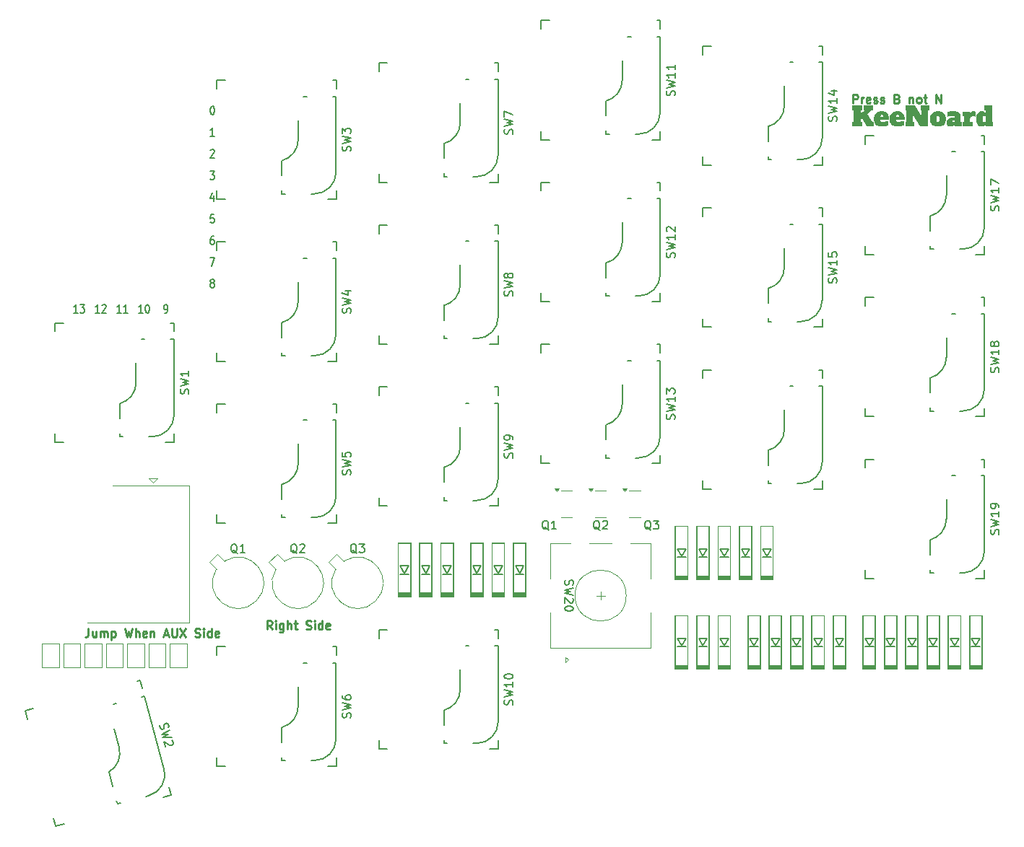
<source format=gbr>
%TF.GenerationSoftware,KiCad,Pcbnew,9.0.4*%
%TF.CreationDate,2025-10-31T22:45:31+09:00*%
%TF.ProjectId,KeeNoard-SMD,4b65654e-6f61-4726-942d-534d442e6b69,rev?*%
%TF.SameCoordinates,Original*%
%TF.FileFunction,Legend,Top*%
%TF.FilePolarity,Positive*%
%FSLAX46Y46*%
G04 Gerber Fmt 4.6, Leading zero omitted, Abs format (unit mm)*
G04 Created by KiCad (PCBNEW 9.0.4) date 2025-10-31 22:45:31*
%MOMM*%
%LPD*%
G01*
G04 APERTURE LIST*
%ADD10C,0.250000*%
%ADD11C,0.150000*%
%ADD12C,0.300000*%
%ADD13C,0.000000*%
%ADD14C,0.120000*%
G04 APERTURE END LIST*
D10*
X63973996Y-96949619D02*
X63640663Y-96473428D01*
X63402568Y-96949619D02*
X63402568Y-95949619D01*
X63402568Y-95949619D02*
X63783520Y-95949619D01*
X63783520Y-95949619D02*
X63878758Y-95997238D01*
X63878758Y-95997238D02*
X63926377Y-96044857D01*
X63926377Y-96044857D02*
X63973996Y-96140095D01*
X63973996Y-96140095D02*
X63973996Y-96282952D01*
X63973996Y-96282952D02*
X63926377Y-96378190D01*
X63926377Y-96378190D02*
X63878758Y-96425809D01*
X63878758Y-96425809D02*
X63783520Y-96473428D01*
X63783520Y-96473428D02*
X63402568Y-96473428D01*
X64402568Y-96949619D02*
X64402568Y-96282952D01*
X64402568Y-95949619D02*
X64354949Y-95997238D01*
X64354949Y-95997238D02*
X64402568Y-96044857D01*
X64402568Y-96044857D02*
X64450187Y-95997238D01*
X64450187Y-95997238D02*
X64402568Y-95949619D01*
X64402568Y-95949619D02*
X64402568Y-96044857D01*
X65307329Y-96282952D02*
X65307329Y-97092476D01*
X65307329Y-97092476D02*
X65259710Y-97187714D01*
X65259710Y-97187714D02*
X65212091Y-97235333D01*
X65212091Y-97235333D02*
X65116853Y-97282952D01*
X65116853Y-97282952D02*
X64973996Y-97282952D01*
X64973996Y-97282952D02*
X64878758Y-97235333D01*
X65307329Y-96902000D02*
X65212091Y-96949619D01*
X65212091Y-96949619D02*
X65021615Y-96949619D01*
X65021615Y-96949619D02*
X64926377Y-96902000D01*
X64926377Y-96902000D02*
X64878758Y-96854380D01*
X64878758Y-96854380D02*
X64831139Y-96759142D01*
X64831139Y-96759142D02*
X64831139Y-96473428D01*
X64831139Y-96473428D02*
X64878758Y-96378190D01*
X64878758Y-96378190D02*
X64926377Y-96330571D01*
X64926377Y-96330571D02*
X65021615Y-96282952D01*
X65021615Y-96282952D02*
X65212091Y-96282952D01*
X65212091Y-96282952D02*
X65307329Y-96330571D01*
X65783520Y-96949619D02*
X65783520Y-95949619D01*
X66212091Y-96949619D02*
X66212091Y-96425809D01*
X66212091Y-96425809D02*
X66164472Y-96330571D01*
X66164472Y-96330571D02*
X66069234Y-96282952D01*
X66069234Y-96282952D02*
X65926377Y-96282952D01*
X65926377Y-96282952D02*
X65831139Y-96330571D01*
X65831139Y-96330571D02*
X65783520Y-96378190D01*
X66545425Y-96282952D02*
X66926377Y-96282952D01*
X66688282Y-95949619D02*
X66688282Y-96806761D01*
X66688282Y-96806761D02*
X66735901Y-96902000D01*
X66735901Y-96902000D02*
X66831139Y-96949619D01*
X66831139Y-96949619D02*
X66926377Y-96949619D01*
X67973997Y-96902000D02*
X68116854Y-96949619D01*
X68116854Y-96949619D02*
X68354949Y-96949619D01*
X68354949Y-96949619D02*
X68450187Y-96902000D01*
X68450187Y-96902000D02*
X68497806Y-96854380D01*
X68497806Y-96854380D02*
X68545425Y-96759142D01*
X68545425Y-96759142D02*
X68545425Y-96663904D01*
X68545425Y-96663904D02*
X68497806Y-96568666D01*
X68497806Y-96568666D02*
X68450187Y-96521047D01*
X68450187Y-96521047D02*
X68354949Y-96473428D01*
X68354949Y-96473428D02*
X68164473Y-96425809D01*
X68164473Y-96425809D02*
X68069235Y-96378190D01*
X68069235Y-96378190D02*
X68021616Y-96330571D01*
X68021616Y-96330571D02*
X67973997Y-96235333D01*
X67973997Y-96235333D02*
X67973997Y-96140095D01*
X67973997Y-96140095D02*
X68021616Y-96044857D01*
X68021616Y-96044857D02*
X68069235Y-95997238D01*
X68069235Y-95997238D02*
X68164473Y-95949619D01*
X68164473Y-95949619D02*
X68402568Y-95949619D01*
X68402568Y-95949619D02*
X68545425Y-95997238D01*
X68973997Y-96949619D02*
X68973997Y-96282952D01*
X68973997Y-95949619D02*
X68926378Y-95997238D01*
X68926378Y-95997238D02*
X68973997Y-96044857D01*
X68973997Y-96044857D02*
X69021616Y-95997238D01*
X69021616Y-95997238D02*
X68973997Y-95949619D01*
X68973997Y-95949619D02*
X68973997Y-96044857D01*
X69878758Y-96949619D02*
X69878758Y-95949619D01*
X69878758Y-96902000D02*
X69783520Y-96949619D01*
X69783520Y-96949619D02*
X69593044Y-96949619D01*
X69593044Y-96949619D02*
X69497806Y-96902000D01*
X69497806Y-96902000D02*
X69450187Y-96854380D01*
X69450187Y-96854380D02*
X69402568Y-96759142D01*
X69402568Y-96759142D02*
X69402568Y-96473428D01*
X69402568Y-96473428D02*
X69450187Y-96378190D01*
X69450187Y-96378190D02*
X69497806Y-96330571D01*
X69497806Y-96330571D02*
X69593044Y-96282952D01*
X69593044Y-96282952D02*
X69783520Y-96282952D01*
X69783520Y-96282952D02*
X69878758Y-96330571D01*
X70735901Y-96902000D02*
X70640663Y-96949619D01*
X70640663Y-96949619D02*
X70450187Y-96949619D01*
X70450187Y-96949619D02*
X70354949Y-96902000D01*
X70354949Y-96902000D02*
X70307330Y-96806761D01*
X70307330Y-96806761D02*
X70307330Y-96425809D01*
X70307330Y-96425809D02*
X70354949Y-96330571D01*
X70354949Y-96330571D02*
X70450187Y-96282952D01*
X70450187Y-96282952D02*
X70640663Y-96282952D01*
X70640663Y-96282952D02*
X70735901Y-96330571D01*
X70735901Y-96330571D02*
X70783520Y-96425809D01*
X70783520Y-96425809D02*
X70783520Y-96521047D01*
X70783520Y-96521047D02*
X70307330Y-96616285D01*
D11*
X98342800Y-91190476D02*
X98295180Y-91333333D01*
X98295180Y-91333333D02*
X98295180Y-91571428D01*
X98295180Y-91571428D02*
X98342800Y-91666666D01*
X98342800Y-91666666D02*
X98390419Y-91714285D01*
X98390419Y-91714285D02*
X98485657Y-91761904D01*
X98485657Y-91761904D02*
X98580895Y-91761904D01*
X98580895Y-91761904D02*
X98676133Y-91714285D01*
X98676133Y-91714285D02*
X98723752Y-91666666D01*
X98723752Y-91666666D02*
X98771371Y-91571428D01*
X98771371Y-91571428D02*
X98818990Y-91380952D01*
X98818990Y-91380952D02*
X98866609Y-91285714D01*
X98866609Y-91285714D02*
X98914228Y-91238095D01*
X98914228Y-91238095D02*
X99009466Y-91190476D01*
X99009466Y-91190476D02*
X99104704Y-91190476D01*
X99104704Y-91190476D02*
X99199942Y-91238095D01*
X99199942Y-91238095D02*
X99247561Y-91285714D01*
X99247561Y-91285714D02*
X99295180Y-91380952D01*
X99295180Y-91380952D02*
X99295180Y-91619047D01*
X99295180Y-91619047D02*
X99247561Y-91761904D01*
X99295180Y-92095238D02*
X98295180Y-92333333D01*
X98295180Y-92333333D02*
X99009466Y-92523809D01*
X99009466Y-92523809D02*
X98295180Y-92714285D01*
X98295180Y-92714285D02*
X99295180Y-92952381D01*
X99199942Y-93285714D02*
X99247561Y-93333333D01*
X99247561Y-93333333D02*
X99295180Y-93428571D01*
X99295180Y-93428571D02*
X99295180Y-93666666D01*
X99295180Y-93666666D02*
X99247561Y-93761904D01*
X99247561Y-93761904D02*
X99199942Y-93809523D01*
X99199942Y-93809523D02*
X99104704Y-93857142D01*
X99104704Y-93857142D02*
X99009466Y-93857142D01*
X99009466Y-93857142D02*
X98866609Y-93809523D01*
X98866609Y-93809523D02*
X98295180Y-93238095D01*
X98295180Y-93238095D02*
X98295180Y-93857142D01*
X99295180Y-94476190D02*
X99295180Y-94571428D01*
X99295180Y-94571428D02*
X99247561Y-94666666D01*
X99247561Y-94666666D02*
X99199942Y-94714285D01*
X99199942Y-94714285D02*
X99104704Y-94761904D01*
X99104704Y-94761904D02*
X98914228Y-94809523D01*
X98914228Y-94809523D02*
X98676133Y-94809523D01*
X98676133Y-94809523D02*
X98485657Y-94761904D01*
X98485657Y-94761904D02*
X98390419Y-94714285D01*
X98390419Y-94714285D02*
X98342800Y-94666666D01*
X98342800Y-94666666D02*
X98295180Y-94571428D01*
X98295180Y-94571428D02*
X98295180Y-94476190D01*
X98295180Y-94476190D02*
X98342800Y-94380952D01*
X98342800Y-94380952D02*
X98390419Y-94333333D01*
X98390419Y-94333333D02*
X98485657Y-94285714D01*
X98485657Y-94285714D02*
X98676133Y-94238095D01*
X98676133Y-94238095D02*
X98914228Y-94238095D01*
X98914228Y-94238095D02*
X99104704Y-94285714D01*
X99104704Y-94285714D02*
X99199942Y-94333333D01*
X99199942Y-94333333D02*
X99247561Y-94380952D01*
X99247561Y-94380952D02*
X99295180Y-94476190D01*
D10*
X42438282Y-96864619D02*
X42438282Y-97578904D01*
X42438282Y-97578904D02*
X42390663Y-97721761D01*
X42390663Y-97721761D02*
X42295425Y-97817000D01*
X42295425Y-97817000D02*
X42152568Y-97864619D01*
X42152568Y-97864619D02*
X42057330Y-97864619D01*
X43343044Y-97197952D02*
X43343044Y-97864619D01*
X42914473Y-97197952D02*
X42914473Y-97721761D01*
X42914473Y-97721761D02*
X42962092Y-97817000D01*
X42962092Y-97817000D02*
X43057330Y-97864619D01*
X43057330Y-97864619D02*
X43200187Y-97864619D01*
X43200187Y-97864619D02*
X43295425Y-97817000D01*
X43295425Y-97817000D02*
X43343044Y-97769380D01*
X43819235Y-97864619D02*
X43819235Y-97197952D01*
X43819235Y-97293190D02*
X43866854Y-97245571D01*
X43866854Y-97245571D02*
X43962092Y-97197952D01*
X43962092Y-97197952D02*
X44104949Y-97197952D01*
X44104949Y-97197952D02*
X44200187Y-97245571D01*
X44200187Y-97245571D02*
X44247806Y-97340809D01*
X44247806Y-97340809D02*
X44247806Y-97864619D01*
X44247806Y-97340809D02*
X44295425Y-97245571D01*
X44295425Y-97245571D02*
X44390663Y-97197952D01*
X44390663Y-97197952D02*
X44533520Y-97197952D01*
X44533520Y-97197952D02*
X44628759Y-97245571D01*
X44628759Y-97245571D02*
X44676378Y-97340809D01*
X44676378Y-97340809D02*
X44676378Y-97864619D01*
X45152568Y-97197952D02*
X45152568Y-98197952D01*
X45152568Y-97245571D02*
X45247806Y-97197952D01*
X45247806Y-97197952D02*
X45438282Y-97197952D01*
X45438282Y-97197952D02*
X45533520Y-97245571D01*
X45533520Y-97245571D02*
X45581139Y-97293190D01*
X45581139Y-97293190D02*
X45628758Y-97388428D01*
X45628758Y-97388428D02*
X45628758Y-97674142D01*
X45628758Y-97674142D02*
X45581139Y-97769380D01*
X45581139Y-97769380D02*
X45533520Y-97817000D01*
X45533520Y-97817000D02*
X45438282Y-97864619D01*
X45438282Y-97864619D02*
X45247806Y-97864619D01*
X45247806Y-97864619D02*
X45152568Y-97817000D01*
X46723997Y-96864619D02*
X46962092Y-97864619D01*
X46962092Y-97864619D02*
X47152568Y-97150333D01*
X47152568Y-97150333D02*
X47343044Y-97864619D01*
X47343044Y-97864619D02*
X47581140Y-96864619D01*
X47962092Y-97864619D02*
X47962092Y-96864619D01*
X48390663Y-97864619D02*
X48390663Y-97340809D01*
X48390663Y-97340809D02*
X48343044Y-97245571D01*
X48343044Y-97245571D02*
X48247806Y-97197952D01*
X48247806Y-97197952D02*
X48104949Y-97197952D01*
X48104949Y-97197952D02*
X48009711Y-97245571D01*
X48009711Y-97245571D02*
X47962092Y-97293190D01*
X49247806Y-97817000D02*
X49152568Y-97864619D01*
X49152568Y-97864619D02*
X48962092Y-97864619D01*
X48962092Y-97864619D02*
X48866854Y-97817000D01*
X48866854Y-97817000D02*
X48819235Y-97721761D01*
X48819235Y-97721761D02*
X48819235Y-97340809D01*
X48819235Y-97340809D02*
X48866854Y-97245571D01*
X48866854Y-97245571D02*
X48962092Y-97197952D01*
X48962092Y-97197952D02*
X49152568Y-97197952D01*
X49152568Y-97197952D02*
X49247806Y-97245571D01*
X49247806Y-97245571D02*
X49295425Y-97340809D01*
X49295425Y-97340809D02*
X49295425Y-97436047D01*
X49295425Y-97436047D02*
X48819235Y-97531285D01*
X49723997Y-97197952D02*
X49723997Y-97864619D01*
X49723997Y-97293190D02*
X49771616Y-97245571D01*
X49771616Y-97245571D02*
X49866854Y-97197952D01*
X49866854Y-97197952D02*
X50009711Y-97197952D01*
X50009711Y-97197952D02*
X50104949Y-97245571D01*
X50104949Y-97245571D02*
X50152568Y-97340809D01*
X50152568Y-97340809D02*
X50152568Y-97864619D01*
X51343045Y-97578904D02*
X51819235Y-97578904D01*
X51247807Y-97864619D02*
X51581140Y-96864619D01*
X51581140Y-96864619D02*
X51914473Y-97864619D01*
X52247807Y-96864619D02*
X52247807Y-97674142D01*
X52247807Y-97674142D02*
X52295426Y-97769380D01*
X52295426Y-97769380D02*
X52343045Y-97817000D01*
X52343045Y-97817000D02*
X52438283Y-97864619D01*
X52438283Y-97864619D02*
X52628759Y-97864619D01*
X52628759Y-97864619D02*
X52723997Y-97817000D01*
X52723997Y-97817000D02*
X52771616Y-97769380D01*
X52771616Y-97769380D02*
X52819235Y-97674142D01*
X52819235Y-97674142D02*
X52819235Y-96864619D01*
X53200188Y-96864619D02*
X53866854Y-97864619D01*
X53866854Y-96864619D02*
X53200188Y-97864619D01*
X54962093Y-97817000D02*
X55104950Y-97864619D01*
X55104950Y-97864619D02*
X55343045Y-97864619D01*
X55343045Y-97864619D02*
X55438283Y-97817000D01*
X55438283Y-97817000D02*
X55485902Y-97769380D01*
X55485902Y-97769380D02*
X55533521Y-97674142D01*
X55533521Y-97674142D02*
X55533521Y-97578904D01*
X55533521Y-97578904D02*
X55485902Y-97483666D01*
X55485902Y-97483666D02*
X55438283Y-97436047D01*
X55438283Y-97436047D02*
X55343045Y-97388428D01*
X55343045Y-97388428D02*
X55152569Y-97340809D01*
X55152569Y-97340809D02*
X55057331Y-97293190D01*
X55057331Y-97293190D02*
X55009712Y-97245571D01*
X55009712Y-97245571D02*
X54962093Y-97150333D01*
X54962093Y-97150333D02*
X54962093Y-97055095D01*
X54962093Y-97055095D02*
X55009712Y-96959857D01*
X55009712Y-96959857D02*
X55057331Y-96912238D01*
X55057331Y-96912238D02*
X55152569Y-96864619D01*
X55152569Y-96864619D02*
X55390664Y-96864619D01*
X55390664Y-96864619D02*
X55533521Y-96912238D01*
X55962093Y-97864619D02*
X55962093Y-97197952D01*
X55962093Y-96864619D02*
X55914474Y-96912238D01*
X55914474Y-96912238D02*
X55962093Y-96959857D01*
X55962093Y-96959857D02*
X56009712Y-96912238D01*
X56009712Y-96912238D02*
X55962093Y-96864619D01*
X55962093Y-96864619D02*
X55962093Y-96959857D01*
X56866854Y-97864619D02*
X56866854Y-96864619D01*
X56866854Y-97817000D02*
X56771616Y-97864619D01*
X56771616Y-97864619D02*
X56581140Y-97864619D01*
X56581140Y-97864619D02*
X56485902Y-97817000D01*
X56485902Y-97817000D02*
X56438283Y-97769380D01*
X56438283Y-97769380D02*
X56390664Y-97674142D01*
X56390664Y-97674142D02*
X56390664Y-97388428D01*
X56390664Y-97388428D02*
X56438283Y-97293190D01*
X56438283Y-97293190D02*
X56485902Y-97245571D01*
X56485902Y-97245571D02*
X56581140Y-97197952D01*
X56581140Y-97197952D02*
X56771616Y-97197952D01*
X56771616Y-97197952D02*
X56866854Y-97245571D01*
X57723997Y-97817000D02*
X57628759Y-97864619D01*
X57628759Y-97864619D02*
X57438283Y-97864619D01*
X57438283Y-97864619D02*
X57343045Y-97817000D01*
X57343045Y-97817000D02*
X57295426Y-97721761D01*
X57295426Y-97721761D02*
X57295426Y-97340809D01*
X57295426Y-97340809D02*
X57343045Y-97245571D01*
X57343045Y-97245571D02*
X57438283Y-97197952D01*
X57438283Y-97197952D02*
X57628759Y-97197952D01*
X57628759Y-97197952D02*
X57723997Y-97245571D01*
X57723997Y-97245571D02*
X57771616Y-97340809D01*
X57771616Y-97340809D02*
X57771616Y-97436047D01*
X57771616Y-97436047D02*
X57295426Y-97531285D01*
X132083332Y-35199619D02*
X132083332Y-34199619D01*
X132083332Y-34199619D02*
X132464284Y-34199619D01*
X132464284Y-34199619D02*
X132559522Y-34247238D01*
X132559522Y-34247238D02*
X132607141Y-34294857D01*
X132607141Y-34294857D02*
X132654760Y-34390095D01*
X132654760Y-34390095D02*
X132654760Y-34532952D01*
X132654760Y-34532952D02*
X132607141Y-34628190D01*
X132607141Y-34628190D02*
X132559522Y-34675809D01*
X132559522Y-34675809D02*
X132464284Y-34723428D01*
X132464284Y-34723428D02*
X132083332Y-34723428D01*
X133083332Y-35199619D02*
X133083332Y-34532952D01*
X133083332Y-34723428D02*
X133130951Y-34628190D01*
X133130951Y-34628190D02*
X133178570Y-34580571D01*
X133178570Y-34580571D02*
X133273808Y-34532952D01*
X133273808Y-34532952D02*
X133369046Y-34532952D01*
X134083332Y-35152000D02*
X133988094Y-35199619D01*
X133988094Y-35199619D02*
X133797618Y-35199619D01*
X133797618Y-35199619D02*
X133702380Y-35152000D01*
X133702380Y-35152000D02*
X133654761Y-35056761D01*
X133654761Y-35056761D02*
X133654761Y-34675809D01*
X133654761Y-34675809D02*
X133702380Y-34580571D01*
X133702380Y-34580571D02*
X133797618Y-34532952D01*
X133797618Y-34532952D02*
X133988094Y-34532952D01*
X133988094Y-34532952D02*
X134083332Y-34580571D01*
X134083332Y-34580571D02*
X134130951Y-34675809D01*
X134130951Y-34675809D02*
X134130951Y-34771047D01*
X134130951Y-34771047D02*
X133654761Y-34866285D01*
X134511904Y-35152000D02*
X134607142Y-35199619D01*
X134607142Y-35199619D02*
X134797618Y-35199619D01*
X134797618Y-35199619D02*
X134892856Y-35152000D01*
X134892856Y-35152000D02*
X134940475Y-35056761D01*
X134940475Y-35056761D02*
X134940475Y-35009142D01*
X134940475Y-35009142D02*
X134892856Y-34913904D01*
X134892856Y-34913904D02*
X134797618Y-34866285D01*
X134797618Y-34866285D02*
X134654761Y-34866285D01*
X134654761Y-34866285D02*
X134559523Y-34818666D01*
X134559523Y-34818666D02*
X134511904Y-34723428D01*
X134511904Y-34723428D02*
X134511904Y-34675809D01*
X134511904Y-34675809D02*
X134559523Y-34580571D01*
X134559523Y-34580571D02*
X134654761Y-34532952D01*
X134654761Y-34532952D02*
X134797618Y-34532952D01*
X134797618Y-34532952D02*
X134892856Y-34580571D01*
X135321428Y-35152000D02*
X135416666Y-35199619D01*
X135416666Y-35199619D02*
X135607142Y-35199619D01*
X135607142Y-35199619D02*
X135702380Y-35152000D01*
X135702380Y-35152000D02*
X135749999Y-35056761D01*
X135749999Y-35056761D02*
X135749999Y-35009142D01*
X135749999Y-35009142D02*
X135702380Y-34913904D01*
X135702380Y-34913904D02*
X135607142Y-34866285D01*
X135607142Y-34866285D02*
X135464285Y-34866285D01*
X135464285Y-34866285D02*
X135369047Y-34818666D01*
X135369047Y-34818666D02*
X135321428Y-34723428D01*
X135321428Y-34723428D02*
X135321428Y-34675809D01*
X135321428Y-34675809D02*
X135369047Y-34580571D01*
X135369047Y-34580571D02*
X135464285Y-34532952D01*
X135464285Y-34532952D02*
X135607142Y-34532952D01*
X135607142Y-34532952D02*
X135702380Y-34580571D01*
X137273809Y-34675809D02*
X137416666Y-34723428D01*
X137416666Y-34723428D02*
X137464285Y-34771047D01*
X137464285Y-34771047D02*
X137511904Y-34866285D01*
X137511904Y-34866285D02*
X137511904Y-35009142D01*
X137511904Y-35009142D02*
X137464285Y-35104380D01*
X137464285Y-35104380D02*
X137416666Y-35152000D01*
X137416666Y-35152000D02*
X137321428Y-35199619D01*
X137321428Y-35199619D02*
X136940476Y-35199619D01*
X136940476Y-35199619D02*
X136940476Y-34199619D01*
X136940476Y-34199619D02*
X137273809Y-34199619D01*
X137273809Y-34199619D02*
X137369047Y-34247238D01*
X137369047Y-34247238D02*
X137416666Y-34294857D01*
X137416666Y-34294857D02*
X137464285Y-34390095D01*
X137464285Y-34390095D02*
X137464285Y-34485333D01*
X137464285Y-34485333D02*
X137416666Y-34580571D01*
X137416666Y-34580571D02*
X137369047Y-34628190D01*
X137369047Y-34628190D02*
X137273809Y-34675809D01*
X137273809Y-34675809D02*
X136940476Y-34675809D01*
X138702381Y-34532952D02*
X138702381Y-35199619D01*
X138702381Y-34628190D02*
X138750000Y-34580571D01*
X138750000Y-34580571D02*
X138845238Y-34532952D01*
X138845238Y-34532952D02*
X138988095Y-34532952D01*
X138988095Y-34532952D02*
X139083333Y-34580571D01*
X139083333Y-34580571D02*
X139130952Y-34675809D01*
X139130952Y-34675809D02*
X139130952Y-35199619D01*
X139750000Y-35199619D02*
X139654762Y-35152000D01*
X139654762Y-35152000D02*
X139607143Y-35104380D01*
X139607143Y-35104380D02*
X139559524Y-35009142D01*
X139559524Y-35009142D02*
X139559524Y-34723428D01*
X139559524Y-34723428D02*
X139607143Y-34628190D01*
X139607143Y-34628190D02*
X139654762Y-34580571D01*
X139654762Y-34580571D02*
X139750000Y-34532952D01*
X139750000Y-34532952D02*
X139892857Y-34532952D01*
X139892857Y-34532952D02*
X139988095Y-34580571D01*
X139988095Y-34580571D02*
X140035714Y-34628190D01*
X140035714Y-34628190D02*
X140083333Y-34723428D01*
X140083333Y-34723428D02*
X140083333Y-35009142D01*
X140083333Y-35009142D02*
X140035714Y-35104380D01*
X140035714Y-35104380D02*
X139988095Y-35152000D01*
X139988095Y-35152000D02*
X139892857Y-35199619D01*
X139892857Y-35199619D02*
X139750000Y-35199619D01*
X140369048Y-34532952D02*
X140750000Y-34532952D01*
X140511905Y-34199619D02*
X140511905Y-35056761D01*
X140511905Y-35056761D02*
X140559524Y-35152000D01*
X140559524Y-35152000D02*
X140654762Y-35199619D01*
X140654762Y-35199619D02*
X140750000Y-35199619D01*
X141845239Y-35199619D02*
X141845239Y-34199619D01*
X141845239Y-34199619D02*
X142416667Y-35199619D01*
X142416667Y-35199619D02*
X142416667Y-34199619D01*
D12*
G36*
X134333278Y-37399308D02*
G01*
X134488971Y-37399308D01*
X134488971Y-37913000D01*
X133641191Y-37913000D01*
X133180293Y-36960709D01*
X133044482Y-37073012D01*
X133044482Y-37399308D01*
X133192249Y-37399308D01*
X133192249Y-37913000D01*
X132019517Y-37913000D01*
X132019517Y-37399308D01*
X132173463Y-37399308D01*
X132173463Y-36021852D01*
X132019517Y-36021852D01*
X132019517Y-35508160D01*
X133192249Y-35508160D01*
X133192249Y-36021852D01*
X133044482Y-36021852D01*
X133044482Y-36414912D01*
X133505918Y-36021852D01*
X133319194Y-36021852D01*
X133319194Y-35508160D01*
X134473522Y-35508160D01*
X134473522Y-36021852D01*
X134316889Y-36021852D01*
X133806422Y-36443659D01*
X134333278Y-37399308D01*
G37*
G36*
X135655560Y-36159740D02*
G01*
X135803592Y-36190113D01*
X135925244Y-36237118D01*
X136024886Y-36299267D01*
X136105809Y-36376492D01*
X136189444Y-36495252D01*
X136249583Y-36627265D01*
X136286653Y-36774997D01*
X136299518Y-36941633D01*
X136299518Y-37167583D01*
X135301554Y-37167583D01*
X135301554Y-37181822D01*
X135309795Y-37253348D01*
X135332287Y-37306749D01*
X135367915Y-37346515D01*
X135415519Y-37373339D01*
X135486735Y-37392041D01*
X135589968Y-37399308D01*
X135774772Y-37392233D01*
X135946355Y-37371635D01*
X136110248Y-37338626D01*
X136247128Y-37298961D01*
X136247128Y-37800428D01*
X136123086Y-37853589D01*
X135928220Y-37908298D01*
X135714730Y-37943764D01*
X135475919Y-37956121D01*
X135297467Y-37945648D01*
X135142645Y-37915927D01*
X135008103Y-37868847D01*
X134890992Y-37805368D01*
X134789072Y-37725470D01*
X134703294Y-37629319D01*
X134635307Y-37516841D01*
X134584827Y-37385537D01*
X134552831Y-37232078D01*
X134541495Y-37052459D01*
X134552831Y-36872839D01*
X134570613Y-36787553D01*
X135301554Y-36787553D01*
X135301554Y-36820196D01*
X135650284Y-36820196D01*
X135650284Y-36787553D01*
X135637897Y-36694280D01*
X135606760Y-36639786D01*
X135555246Y-36607059D01*
X135475919Y-36594784D01*
X135396713Y-36607403D01*
X135344944Y-36641264D01*
X135313747Y-36696722D01*
X135301554Y-36787553D01*
X134570613Y-36787553D01*
X134584827Y-36719380D01*
X134635307Y-36588076D01*
X134703294Y-36475598D01*
X134789072Y-36379448D01*
X134890992Y-36299549D01*
X135008103Y-36236070D01*
X135142645Y-36188991D01*
X135297467Y-36159269D01*
X135475919Y-36148797D01*
X135655560Y-36159740D01*
G37*
G36*
X137484646Y-36159740D02*
G01*
X137632678Y-36190113D01*
X137754330Y-36237118D01*
X137853971Y-36299267D01*
X137934895Y-36376492D01*
X138018530Y-36495252D01*
X138078668Y-36627265D01*
X138115739Y-36774997D01*
X138128604Y-36941633D01*
X138128604Y-37167583D01*
X137130640Y-37167583D01*
X137130640Y-37181822D01*
X137138881Y-37253348D01*
X137161372Y-37306749D01*
X137197001Y-37346515D01*
X137244605Y-37373339D01*
X137315821Y-37392041D01*
X137419054Y-37399308D01*
X137603858Y-37392233D01*
X137775441Y-37371635D01*
X137939333Y-37338626D01*
X138076214Y-37298961D01*
X138076214Y-37800428D01*
X137952172Y-37853589D01*
X137757306Y-37908298D01*
X137543815Y-37943764D01*
X137305005Y-37956121D01*
X137126553Y-37945648D01*
X136971731Y-37915927D01*
X136837189Y-37868847D01*
X136720077Y-37805368D01*
X136618158Y-37725470D01*
X136532380Y-37629319D01*
X136464393Y-37516841D01*
X136413913Y-37385537D01*
X136381917Y-37232078D01*
X136370581Y-37052459D01*
X136381917Y-36872839D01*
X136399699Y-36787553D01*
X137130640Y-36787553D01*
X137130640Y-36820196D01*
X137479370Y-36820196D01*
X137479370Y-36787553D01*
X137466983Y-36694280D01*
X137435846Y-36639786D01*
X137384332Y-36607059D01*
X137305005Y-36594784D01*
X137225799Y-36607403D01*
X137174030Y-36641264D01*
X137142832Y-36696722D01*
X137130640Y-36787553D01*
X136399699Y-36787553D01*
X136413913Y-36719380D01*
X136464393Y-36588076D01*
X136532380Y-36475598D01*
X136618158Y-36379448D01*
X136720077Y-36299549D01*
X136837189Y-36236070D01*
X136971731Y-36188991D01*
X137126553Y-36159269D01*
X137305005Y-36148797D01*
X137484646Y-36159740D01*
G37*
G36*
X139992214Y-35508160D02*
G01*
X141011000Y-35508160D01*
X141011000Y-36021852D01*
X140857053Y-36021852D01*
X140857053Y-37913000D01*
X139984960Y-37913000D01*
X139089089Y-36534065D01*
X139089089Y-37399308D01*
X139236990Y-37399308D01*
X139236990Y-37913000D01*
X138218205Y-37913000D01*
X138218205Y-37399308D01*
X138372151Y-37399308D01*
X138372151Y-36021852D01*
X138218205Y-36021852D01*
X138218205Y-35508160D01*
X139336666Y-35508160D01*
X140140115Y-36733148D01*
X140140115Y-36021852D01*
X139992214Y-36021852D01*
X139992214Y-35508160D01*
G37*
G36*
X142214789Y-36159481D02*
G01*
X142371090Y-36189725D01*
X142506047Y-36237502D01*
X142622715Y-36301774D01*
X142723484Y-36382537D01*
X142808445Y-36479818D01*
X142875683Y-36592730D01*
X142925492Y-36723623D01*
X142956979Y-36875618D01*
X142968105Y-37052459D01*
X142956764Y-37232070D01*
X142924753Y-37385525D01*
X142874248Y-37516829D01*
X142806224Y-37629312D01*
X142720394Y-37725470D01*
X142618474Y-37805368D01*
X142501363Y-37868847D01*
X142366821Y-37915927D01*
X142211999Y-37945648D01*
X142033547Y-37956121D01*
X141855094Y-37945648D01*
X141700272Y-37915927D01*
X141565730Y-37868847D01*
X141448619Y-37805368D01*
X141346699Y-37725470D01*
X141260921Y-37629319D01*
X141192934Y-37516841D01*
X141142455Y-37385537D01*
X141110458Y-37232078D01*
X141099122Y-37052459D01*
X141108838Y-36898512D01*
X141859182Y-36898512D01*
X141859182Y-37206405D01*
X141871378Y-37297354D01*
X141902571Y-37352829D01*
X141954340Y-37386689D01*
X142033547Y-37399308D01*
X142112730Y-37386684D01*
X142164388Y-37352829D01*
X142195682Y-37297340D01*
X142207912Y-37206405D01*
X142207912Y-36898512D01*
X142195682Y-36807577D01*
X142164388Y-36752089D01*
X142112730Y-36718233D01*
X142033547Y-36705609D01*
X141954340Y-36718228D01*
X141902571Y-36752089D01*
X141871378Y-36807564D01*
X141859182Y-36898512D01*
X141108838Y-36898512D01*
X141110458Y-36872839D01*
X141142455Y-36719380D01*
X141192934Y-36588076D01*
X141260921Y-36475598D01*
X141346699Y-36379448D01*
X141448619Y-36299549D01*
X141565730Y-36236070D01*
X141700272Y-36188991D01*
X141855094Y-36159269D01*
X142033547Y-36148797D01*
X142214789Y-36159481D01*
G37*
G36*
X144105780Y-36162000D02*
G01*
X144287814Y-36197370D01*
X144425053Y-36249828D01*
X144526778Y-36316311D01*
X144610115Y-36406439D01*
X144671646Y-36519112D01*
X144711071Y-36659297D01*
X144725323Y-36833764D01*
X144725323Y-37399308D01*
X144860865Y-37399308D01*
X144860865Y-37913000D01*
X144039147Y-37913000D01*
X144039147Y-37713111D01*
X143966772Y-37795177D01*
X143856050Y-37878610D01*
X143771191Y-37920615D01*
X143672425Y-37946870D01*
X143556755Y-37956121D01*
X143406373Y-37940964D01*
X143286433Y-37898799D01*
X143190293Y-37831728D01*
X143133405Y-37765493D01*
X143091976Y-37686721D01*
X143065897Y-37592892D01*
X143056631Y-37480580D01*
X143070189Y-37351056D01*
X143071221Y-37348127D01*
X143758255Y-37348127D01*
X143766304Y-37394625D01*
X143789286Y-37429802D01*
X143825284Y-37452540D01*
X143877140Y-37460833D01*
X143925312Y-37453372D01*
X143964492Y-37431794D01*
X143996966Y-37394741D01*
X144027336Y-37319988D01*
X144039147Y-37206405D01*
X144039147Y-37192300D01*
X143914056Y-37202535D01*
X143832004Y-37228436D01*
X143790735Y-37258110D01*
X143766706Y-37296993D01*
X143758255Y-37348127D01*
X143071221Y-37348127D01*
X143108987Y-37240909D01*
X143172576Y-37145893D01*
X143263636Y-37063472D01*
X143387672Y-36993131D01*
X143552515Y-36936406D01*
X143767858Y-36896683D01*
X144044923Y-36878900D01*
X144031470Y-36817789D01*
X144005422Y-36773983D01*
X143966875Y-36743357D01*
X143884495Y-36717038D01*
X143729239Y-36705609D01*
X143588917Y-36712646D01*
X143432765Y-36734894D01*
X143278067Y-36770028D01*
X143136694Y-36815360D01*
X143136694Y-36239069D01*
X143306805Y-36202692D01*
X143494558Y-36173514D01*
X143684866Y-36154888D01*
X143867871Y-36148797D01*
X144105780Y-36162000D01*
G37*
G36*
X146269621Y-36148797D02*
G01*
X146387700Y-36161290D01*
X146483346Y-36193530D01*
X146483346Y-36790911D01*
X146349022Y-36750149D01*
X146207962Y-36736506D01*
X146083648Y-36748953D01*
X145987196Y-36783171D01*
X145912294Y-36836988D01*
X145857152Y-36910369D01*
X145821827Y-37007471D01*
X145808857Y-37135611D01*
X145808857Y-37399308D01*
X146085987Y-37399308D01*
X146085987Y-37913000D01*
X144956376Y-37913000D01*
X144956376Y-37399308D01*
X145091785Y-37399308D01*
X145091785Y-36705609D01*
X144956376Y-36705609D01*
X144956376Y-36191918D01*
X145808857Y-36191918D01*
X145808857Y-36406852D01*
X145896817Y-36299864D01*
X145999476Y-36218785D01*
X146076892Y-36180765D01*
X146166101Y-36157101D01*
X146269621Y-36148797D01*
G37*
G36*
X148374091Y-37399308D02*
G01*
X148509633Y-37399308D01*
X148509633Y-37913000D01*
X147657018Y-37913000D01*
X147657018Y-37711768D01*
X147577138Y-37795494D01*
X147464787Y-37878610D01*
X147380181Y-37921271D01*
X147287254Y-37947206D01*
X147184030Y-37956121D01*
X147030504Y-37940302D01*
X146903317Y-37895544D01*
X146796887Y-37823135D01*
X146707817Y-37720634D01*
X146642628Y-37601324D01*
X146592648Y-37454056D01*
X146560043Y-37273259D01*
X146548229Y-37052459D01*
X146556467Y-36898512D01*
X147308423Y-36898512D01*
X147308423Y-37206405D01*
X147320619Y-37297354D01*
X147351812Y-37352829D01*
X147403582Y-37386689D01*
X147482788Y-37399308D01*
X147561854Y-37386689D01*
X147613494Y-37352829D01*
X147644788Y-37297340D01*
X147657018Y-37206405D01*
X147657018Y-36898512D01*
X147644788Y-36807577D01*
X147613494Y-36752089D01*
X147561854Y-36718228D01*
X147482788Y-36705609D01*
X147403582Y-36718228D01*
X147351812Y-36752089D01*
X147320619Y-36807564D01*
X147308423Y-36898512D01*
X146556467Y-36898512D01*
X146560045Y-36831651D01*
X146592653Y-36650881D01*
X146642632Y-36503662D01*
X146707817Y-36384418D01*
X146796895Y-36281851D01*
X146903329Y-36209402D01*
X147030514Y-36164623D01*
X147184030Y-36148797D01*
X147287254Y-36157712D01*
X147380181Y-36183647D01*
X147464787Y-36226307D01*
X147577138Y-36309424D01*
X147657018Y-36393150D01*
X147657018Y-36021852D01*
X147475399Y-36021852D01*
X147475399Y-35508160D01*
X148374091Y-35508160D01*
X148374091Y-37399308D01*
G37*
D11*
X59904761Y-88040057D02*
X59809523Y-87992438D01*
X59809523Y-87992438D02*
X59714285Y-87897200D01*
X59714285Y-87897200D02*
X59571428Y-87754342D01*
X59571428Y-87754342D02*
X59476190Y-87706723D01*
X59476190Y-87706723D02*
X59380952Y-87706723D01*
X59428571Y-87944819D02*
X59333333Y-87897200D01*
X59333333Y-87897200D02*
X59238095Y-87801961D01*
X59238095Y-87801961D02*
X59190476Y-87611485D01*
X59190476Y-87611485D02*
X59190476Y-87278152D01*
X59190476Y-87278152D02*
X59238095Y-87087676D01*
X59238095Y-87087676D02*
X59333333Y-86992438D01*
X59333333Y-86992438D02*
X59428571Y-86944819D01*
X59428571Y-86944819D02*
X59619047Y-86944819D01*
X59619047Y-86944819D02*
X59714285Y-86992438D01*
X59714285Y-86992438D02*
X59809523Y-87087676D01*
X59809523Y-87087676D02*
X59857142Y-87278152D01*
X59857142Y-87278152D02*
X59857142Y-87611485D01*
X59857142Y-87611485D02*
X59809523Y-87801961D01*
X59809523Y-87801961D02*
X59714285Y-87897200D01*
X59714285Y-87897200D02*
X59619047Y-87944819D01*
X59619047Y-87944819D02*
X59428571Y-87944819D01*
X60809523Y-87944819D02*
X60238095Y-87944819D01*
X60523809Y-87944819D02*
X60523809Y-86944819D01*
X60523809Y-86944819D02*
X60428571Y-87087676D01*
X60428571Y-87087676D02*
X60333333Y-87182914D01*
X60333333Y-87182914D02*
X60238095Y-87230533D01*
X73162200Y-107333332D02*
X73209819Y-107190475D01*
X73209819Y-107190475D02*
X73209819Y-106952380D01*
X73209819Y-106952380D02*
X73162200Y-106857142D01*
X73162200Y-106857142D02*
X73114580Y-106809523D01*
X73114580Y-106809523D02*
X73019342Y-106761904D01*
X73019342Y-106761904D02*
X72924104Y-106761904D01*
X72924104Y-106761904D02*
X72828866Y-106809523D01*
X72828866Y-106809523D02*
X72781247Y-106857142D01*
X72781247Y-106857142D02*
X72733628Y-106952380D01*
X72733628Y-106952380D02*
X72686009Y-107142856D01*
X72686009Y-107142856D02*
X72638390Y-107238094D01*
X72638390Y-107238094D02*
X72590771Y-107285713D01*
X72590771Y-107285713D02*
X72495533Y-107333332D01*
X72495533Y-107333332D02*
X72400295Y-107333332D01*
X72400295Y-107333332D02*
X72305057Y-107285713D01*
X72305057Y-107285713D02*
X72257438Y-107238094D01*
X72257438Y-107238094D02*
X72209819Y-107142856D01*
X72209819Y-107142856D02*
X72209819Y-106904761D01*
X72209819Y-106904761D02*
X72257438Y-106761904D01*
X72209819Y-106428570D02*
X73209819Y-106190475D01*
X73209819Y-106190475D02*
X72495533Y-105999999D01*
X72495533Y-105999999D02*
X73209819Y-105809523D01*
X73209819Y-105809523D02*
X72209819Y-105571428D01*
X72209819Y-104761904D02*
X72209819Y-104952380D01*
X72209819Y-104952380D02*
X72257438Y-105047618D01*
X72257438Y-105047618D02*
X72305057Y-105095237D01*
X72305057Y-105095237D02*
X72447914Y-105190475D01*
X72447914Y-105190475D02*
X72638390Y-105238094D01*
X72638390Y-105238094D02*
X73019342Y-105238094D01*
X73019342Y-105238094D02*
X73114580Y-105190475D01*
X73114580Y-105190475D02*
X73162200Y-105142856D01*
X73162200Y-105142856D02*
X73209819Y-105047618D01*
X73209819Y-105047618D02*
X73209819Y-104857142D01*
X73209819Y-104857142D02*
X73162200Y-104761904D01*
X73162200Y-104761904D02*
X73114580Y-104714285D01*
X73114580Y-104714285D02*
X73019342Y-104666666D01*
X73019342Y-104666666D02*
X72781247Y-104666666D01*
X72781247Y-104666666D02*
X72686009Y-104714285D01*
X72686009Y-104714285D02*
X72638390Y-104761904D01*
X72638390Y-104761904D02*
X72590771Y-104857142D01*
X72590771Y-104857142D02*
X72590771Y-105047618D01*
X72590771Y-105047618D02*
X72638390Y-105142856D01*
X72638390Y-105142856D02*
X72686009Y-105190475D01*
X72686009Y-105190475D02*
X72781247Y-105238094D01*
X66904761Y-88040057D02*
X66809523Y-87992438D01*
X66809523Y-87992438D02*
X66714285Y-87897200D01*
X66714285Y-87897200D02*
X66571428Y-87754342D01*
X66571428Y-87754342D02*
X66476190Y-87706723D01*
X66476190Y-87706723D02*
X66380952Y-87706723D01*
X66428571Y-87944819D02*
X66333333Y-87897200D01*
X66333333Y-87897200D02*
X66238095Y-87801961D01*
X66238095Y-87801961D02*
X66190476Y-87611485D01*
X66190476Y-87611485D02*
X66190476Y-87278152D01*
X66190476Y-87278152D02*
X66238095Y-87087676D01*
X66238095Y-87087676D02*
X66333333Y-86992438D01*
X66333333Y-86992438D02*
X66428571Y-86944819D01*
X66428571Y-86944819D02*
X66619047Y-86944819D01*
X66619047Y-86944819D02*
X66714285Y-86992438D01*
X66714285Y-86992438D02*
X66809523Y-87087676D01*
X66809523Y-87087676D02*
X66857142Y-87278152D01*
X66857142Y-87278152D02*
X66857142Y-87611485D01*
X66857142Y-87611485D02*
X66809523Y-87801961D01*
X66809523Y-87801961D02*
X66714285Y-87897200D01*
X66714285Y-87897200D02*
X66619047Y-87944819D01*
X66619047Y-87944819D02*
X66428571Y-87944819D01*
X67238095Y-87040057D02*
X67285714Y-86992438D01*
X67285714Y-86992438D02*
X67380952Y-86944819D01*
X67380952Y-86944819D02*
X67619047Y-86944819D01*
X67619047Y-86944819D02*
X67714285Y-86992438D01*
X67714285Y-86992438D02*
X67761904Y-87040057D01*
X67761904Y-87040057D02*
X67809523Y-87135295D01*
X67809523Y-87135295D02*
X67809523Y-87230533D01*
X67809523Y-87230533D02*
X67761904Y-87373390D01*
X67761904Y-87373390D02*
X67190476Y-87944819D01*
X67190476Y-87944819D02*
X67809523Y-87944819D01*
X73162200Y-40833332D02*
X73209819Y-40690475D01*
X73209819Y-40690475D02*
X73209819Y-40452380D01*
X73209819Y-40452380D02*
X73162200Y-40357142D01*
X73162200Y-40357142D02*
X73114580Y-40309523D01*
X73114580Y-40309523D02*
X73019342Y-40261904D01*
X73019342Y-40261904D02*
X72924104Y-40261904D01*
X72924104Y-40261904D02*
X72828866Y-40309523D01*
X72828866Y-40309523D02*
X72781247Y-40357142D01*
X72781247Y-40357142D02*
X72733628Y-40452380D01*
X72733628Y-40452380D02*
X72686009Y-40642856D01*
X72686009Y-40642856D02*
X72638390Y-40738094D01*
X72638390Y-40738094D02*
X72590771Y-40785713D01*
X72590771Y-40785713D02*
X72495533Y-40833332D01*
X72495533Y-40833332D02*
X72400295Y-40833332D01*
X72400295Y-40833332D02*
X72305057Y-40785713D01*
X72305057Y-40785713D02*
X72257438Y-40738094D01*
X72257438Y-40738094D02*
X72209819Y-40642856D01*
X72209819Y-40642856D02*
X72209819Y-40404761D01*
X72209819Y-40404761D02*
X72257438Y-40261904D01*
X72209819Y-39928570D02*
X73209819Y-39690475D01*
X73209819Y-39690475D02*
X72495533Y-39499999D01*
X72495533Y-39499999D02*
X73209819Y-39309523D01*
X73209819Y-39309523D02*
X72209819Y-39071428D01*
X72209819Y-38785713D02*
X72209819Y-38166666D01*
X72209819Y-38166666D02*
X72590771Y-38499999D01*
X72590771Y-38499999D02*
X72590771Y-38357142D01*
X72590771Y-38357142D02*
X72638390Y-38261904D01*
X72638390Y-38261904D02*
X72686009Y-38214285D01*
X72686009Y-38214285D02*
X72781247Y-38166666D01*
X72781247Y-38166666D02*
X73019342Y-38166666D01*
X73019342Y-38166666D02*
X73114580Y-38214285D01*
X73114580Y-38214285D02*
X73162200Y-38261904D01*
X73162200Y-38261904D02*
X73209819Y-38357142D01*
X73209819Y-38357142D02*
X73209819Y-38642856D01*
X73209819Y-38642856D02*
X73162200Y-38738094D01*
X73162200Y-38738094D02*
X73114580Y-38785713D01*
X73162200Y-59833332D02*
X73209819Y-59690475D01*
X73209819Y-59690475D02*
X73209819Y-59452380D01*
X73209819Y-59452380D02*
X73162200Y-59357142D01*
X73162200Y-59357142D02*
X73114580Y-59309523D01*
X73114580Y-59309523D02*
X73019342Y-59261904D01*
X73019342Y-59261904D02*
X72924104Y-59261904D01*
X72924104Y-59261904D02*
X72828866Y-59309523D01*
X72828866Y-59309523D02*
X72781247Y-59357142D01*
X72781247Y-59357142D02*
X72733628Y-59452380D01*
X72733628Y-59452380D02*
X72686009Y-59642856D01*
X72686009Y-59642856D02*
X72638390Y-59738094D01*
X72638390Y-59738094D02*
X72590771Y-59785713D01*
X72590771Y-59785713D02*
X72495533Y-59833332D01*
X72495533Y-59833332D02*
X72400295Y-59833332D01*
X72400295Y-59833332D02*
X72305057Y-59785713D01*
X72305057Y-59785713D02*
X72257438Y-59738094D01*
X72257438Y-59738094D02*
X72209819Y-59642856D01*
X72209819Y-59642856D02*
X72209819Y-59404761D01*
X72209819Y-59404761D02*
X72257438Y-59261904D01*
X72209819Y-58928570D02*
X73209819Y-58690475D01*
X73209819Y-58690475D02*
X72495533Y-58499999D01*
X72495533Y-58499999D02*
X73209819Y-58309523D01*
X73209819Y-58309523D02*
X72209819Y-58071428D01*
X72543152Y-57261904D02*
X73209819Y-57261904D01*
X72162200Y-57499999D02*
X72876485Y-57738094D01*
X72876485Y-57738094D02*
X72876485Y-57119047D01*
X111162200Y-72309523D02*
X111209819Y-72166666D01*
X111209819Y-72166666D02*
X111209819Y-71928571D01*
X111209819Y-71928571D02*
X111162200Y-71833333D01*
X111162200Y-71833333D02*
X111114580Y-71785714D01*
X111114580Y-71785714D02*
X111019342Y-71738095D01*
X111019342Y-71738095D02*
X110924104Y-71738095D01*
X110924104Y-71738095D02*
X110828866Y-71785714D01*
X110828866Y-71785714D02*
X110781247Y-71833333D01*
X110781247Y-71833333D02*
X110733628Y-71928571D01*
X110733628Y-71928571D02*
X110686009Y-72119047D01*
X110686009Y-72119047D02*
X110638390Y-72214285D01*
X110638390Y-72214285D02*
X110590771Y-72261904D01*
X110590771Y-72261904D02*
X110495533Y-72309523D01*
X110495533Y-72309523D02*
X110400295Y-72309523D01*
X110400295Y-72309523D02*
X110305057Y-72261904D01*
X110305057Y-72261904D02*
X110257438Y-72214285D01*
X110257438Y-72214285D02*
X110209819Y-72119047D01*
X110209819Y-72119047D02*
X110209819Y-71880952D01*
X110209819Y-71880952D02*
X110257438Y-71738095D01*
X110209819Y-71404761D02*
X111209819Y-71166666D01*
X111209819Y-71166666D02*
X110495533Y-70976190D01*
X110495533Y-70976190D02*
X111209819Y-70785714D01*
X111209819Y-70785714D02*
X110209819Y-70547619D01*
X111209819Y-69642857D02*
X111209819Y-70214285D01*
X111209819Y-69928571D02*
X110209819Y-69928571D01*
X110209819Y-69928571D02*
X110352676Y-70023809D01*
X110352676Y-70023809D02*
X110447914Y-70119047D01*
X110447914Y-70119047D02*
X110495533Y-70214285D01*
X110209819Y-69309523D02*
X110209819Y-68690476D01*
X110209819Y-68690476D02*
X110590771Y-69023809D01*
X110590771Y-69023809D02*
X110590771Y-68880952D01*
X110590771Y-68880952D02*
X110638390Y-68785714D01*
X110638390Y-68785714D02*
X110686009Y-68738095D01*
X110686009Y-68738095D02*
X110781247Y-68690476D01*
X110781247Y-68690476D02*
X111019342Y-68690476D01*
X111019342Y-68690476D02*
X111114580Y-68738095D01*
X111114580Y-68738095D02*
X111162200Y-68785714D01*
X111162200Y-68785714D02*
X111209819Y-68880952D01*
X111209819Y-68880952D02*
X111209819Y-69166666D01*
X111209819Y-69166666D02*
X111162200Y-69261904D01*
X111162200Y-69261904D02*
X111114580Y-69309523D01*
X41208207Y-59835819D02*
X40751064Y-59835819D01*
X40979636Y-59835819D02*
X40979636Y-58835819D01*
X40979636Y-58835819D02*
X40903445Y-58978676D01*
X40903445Y-58978676D02*
X40827255Y-59073914D01*
X40827255Y-59073914D02*
X40751064Y-59121533D01*
X41474874Y-58835819D02*
X41970112Y-58835819D01*
X41970112Y-58835819D02*
X41703446Y-59216771D01*
X41703446Y-59216771D02*
X41817731Y-59216771D01*
X41817731Y-59216771D02*
X41893922Y-59264390D01*
X41893922Y-59264390D02*
X41932017Y-59312009D01*
X41932017Y-59312009D02*
X41970112Y-59407247D01*
X41970112Y-59407247D02*
X41970112Y-59645342D01*
X41970112Y-59645342D02*
X41932017Y-59740580D01*
X41932017Y-59740580D02*
X41893922Y-59788200D01*
X41893922Y-59788200D02*
X41817731Y-59835819D01*
X41817731Y-59835819D02*
X41589160Y-59835819D01*
X41589160Y-59835819D02*
X41512969Y-59788200D01*
X41512969Y-59788200D02*
X41474874Y-59740580D01*
X48828207Y-59835819D02*
X48371064Y-59835819D01*
X48599636Y-59835819D02*
X48599636Y-58835819D01*
X48599636Y-58835819D02*
X48523445Y-58978676D01*
X48523445Y-58978676D02*
X48447255Y-59073914D01*
X48447255Y-59073914D02*
X48371064Y-59121533D01*
X49323446Y-58835819D02*
X49399636Y-58835819D01*
X49399636Y-58835819D02*
X49475827Y-58883438D01*
X49475827Y-58883438D02*
X49513922Y-58931057D01*
X49513922Y-58931057D02*
X49552017Y-59026295D01*
X49552017Y-59026295D02*
X49590112Y-59216771D01*
X49590112Y-59216771D02*
X49590112Y-59454866D01*
X49590112Y-59454866D02*
X49552017Y-59645342D01*
X49552017Y-59645342D02*
X49513922Y-59740580D01*
X49513922Y-59740580D02*
X49475827Y-59788200D01*
X49475827Y-59788200D02*
X49399636Y-59835819D01*
X49399636Y-59835819D02*
X49323446Y-59835819D01*
X49323446Y-59835819D02*
X49247255Y-59788200D01*
X49247255Y-59788200D02*
X49209160Y-59740580D01*
X49209160Y-59740580D02*
X49171065Y-59645342D01*
X49171065Y-59645342D02*
X49132969Y-59454866D01*
X49132969Y-59454866D02*
X49132969Y-59216771D01*
X49132969Y-59216771D02*
X49171065Y-59026295D01*
X49171065Y-59026295D02*
X49209160Y-58931057D01*
X49209160Y-58931057D02*
X49247255Y-58883438D01*
X49247255Y-58883438D02*
X49323446Y-58835819D01*
X57178207Y-48261569D02*
X56797255Y-48261569D01*
X56797255Y-48261569D02*
X56759159Y-48737759D01*
X56759159Y-48737759D02*
X56797255Y-48690140D01*
X56797255Y-48690140D02*
X56873445Y-48642521D01*
X56873445Y-48642521D02*
X57063921Y-48642521D01*
X57063921Y-48642521D02*
X57140112Y-48690140D01*
X57140112Y-48690140D02*
X57178207Y-48737759D01*
X57178207Y-48737759D02*
X57216302Y-48832997D01*
X57216302Y-48832997D02*
X57216302Y-49071092D01*
X57216302Y-49071092D02*
X57178207Y-49166330D01*
X57178207Y-49166330D02*
X57140112Y-49213950D01*
X57140112Y-49213950D02*
X57063921Y-49261569D01*
X57063921Y-49261569D02*
X56873445Y-49261569D01*
X56873445Y-49261569D02*
X56797255Y-49213950D01*
X56797255Y-49213950D02*
X56759159Y-49166330D01*
X51368208Y-59835819D02*
X51520589Y-59835819D01*
X51520589Y-59835819D02*
X51596779Y-59788200D01*
X51596779Y-59788200D02*
X51634875Y-59740580D01*
X51634875Y-59740580D02*
X51711065Y-59597723D01*
X51711065Y-59597723D02*
X51749160Y-59407247D01*
X51749160Y-59407247D02*
X51749160Y-59026295D01*
X51749160Y-59026295D02*
X51711065Y-58931057D01*
X51711065Y-58931057D02*
X51672970Y-58883438D01*
X51672970Y-58883438D02*
X51596779Y-58835819D01*
X51596779Y-58835819D02*
X51444398Y-58835819D01*
X51444398Y-58835819D02*
X51368208Y-58883438D01*
X51368208Y-58883438D02*
X51330113Y-58931057D01*
X51330113Y-58931057D02*
X51292017Y-59026295D01*
X51292017Y-59026295D02*
X51292017Y-59264390D01*
X51292017Y-59264390D02*
X51330113Y-59359628D01*
X51330113Y-59359628D02*
X51368208Y-59407247D01*
X51368208Y-59407247D02*
X51444398Y-59454866D01*
X51444398Y-59454866D02*
X51596779Y-59454866D01*
X51596779Y-59454866D02*
X51672970Y-59407247D01*
X51672970Y-59407247D02*
X51711065Y-59359628D01*
X51711065Y-59359628D02*
X51749160Y-59264390D01*
X56759159Y-40736807D02*
X56797255Y-40689188D01*
X56797255Y-40689188D02*
X56873445Y-40641569D01*
X56873445Y-40641569D02*
X57063921Y-40641569D01*
X57063921Y-40641569D02*
X57140112Y-40689188D01*
X57140112Y-40689188D02*
X57178207Y-40736807D01*
X57178207Y-40736807D02*
X57216302Y-40832045D01*
X57216302Y-40832045D02*
X57216302Y-40927283D01*
X57216302Y-40927283D02*
X57178207Y-41070140D01*
X57178207Y-41070140D02*
X56721064Y-41641569D01*
X56721064Y-41641569D02*
X57216302Y-41641569D01*
X56721064Y-53341569D02*
X57254398Y-53341569D01*
X57254398Y-53341569D02*
X56911540Y-54341569D01*
X56911540Y-56310140D02*
X56835350Y-56262521D01*
X56835350Y-56262521D02*
X56797255Y-56214902D01*
X56797255Y-56214902D02*
X56759159Y-56119664D01*
X56759159Y-56119664D02*
X56759159Y-56072045D01*
X56759159Y-56072045D02*
X56797255Y-55976807D01*
X56797255Y-55976807D02*
X56835350Y-55929188D01*
X56835350Y-55929188D02*
X56911540Y-55881569D01*
X56911540Y-55881569D02*
X57063921Y-55881569D01*
X57063921Y-55881569D02*
X57140112Y-55929188D01*
X57140112Y-55929188D02*
X57178207Y-55976807D01*
X57178207Y-55976807D02*
X57216302Y-56072045D01*
X57216302Y-56072045D02*
X57216302Y-56119664D01*
X57216302Y-56119664D02*
X57178207Y-56214902D01*
X57178207Y-56214902D02*
X57140112Y-56262521D01*
X57140112Y-56262521D02*
X57063921Y-56310140D01*
X57063921Y-56310140D02*
X56911540Y-56310140D01*
X56911540Y-56310140D02*
X56835350Y-56357759D01*
X56835350Y-56357759D02*
X56797255Y-56405378D01*
X56797255Y-56405378D02*
X56759159Y-56500616D01*
X56759159Y-56500616D02*
X56759159Y-56691092D01*
X56759159Y-56691092D02*
X56797255Y-56786330D01*
X56797255Y-56786330D02*
X56835350Y-56833950D01*
X56835350Y-56833950D02*
X56911540Y-56881569D01*
X56911540Y-56881569D02*
X57063921Y-56881569D01*
X57063921Y-56881569D02*
X57140112Y-56833950D01*
X57140112Y-56833950D02*
X57178207Y-56786330D01*
X57178207Y-56786330D02*
X57216302Y-56691092D01*
X57216302Y-56691092D02*
X57216302Y-56500616D01*
X57216302Y-56500616D02*
X57178207Y-56405378D01*
X57178207Y-56405378D02*
X57140112Y-56357759D01*
X57140112Y-56357759D02*
X57063921Y-56310140D01*
X43748207Y-59835819D02*
X43291064Y-59835819D01*
X43519636Y-59835819D02*
X43519636Y-58835819D01*
X43519636Y-58835819D02*
X43443445Y-58978676D01*
X43443445Y-58978676D02*
X43367255Y-59073914D01*
X43367255Y-59073914D02*
X43291064Y-59121533D01*
X44052969Y-58931057D02*
X44091065Y-58883438D01*
X44091065Y-58883438D02*
X44167255Y-58835819D01*
X44167255Y-58835819D02*
X44357731Y-58835819D01*
X44357731Y-58835819D02*
X44433922Y-58883438D01*
X44433922Y-58883438D02*
X44472017Y-58931057D01*
X44472017Y-58931057D02*
X44510112Y-59026295D01*
X44510112Y-59026295D02*
X44510112Y-59121533D01*
X44510112Y-59121533D02*
X44472017Y-59264390D01*
X44472017Y-59264390D02*
X44014874Y-59835819D01*
X44014874Y-59835819D02*
X44510112Y-59835819D01*
X56949636Y-35561569D02*
X57025826Y-35561569D01*
X57025826Y-35561569D02*
X57102017Y-35609188D01*
X57102017Y-35609188D02*
X57140112Y-35656807D01*
X57140112Y-35656807D02*
X57178207Y-35752045D01*
X57178207Y-35752045D02*
X57216302Y-35942521D01*
X57216302Y-35942521D02*
X57216302Y-36180616D01*
X57216302Y-36180616D02*
X57178207Y-36371092D01*
X57178207Y-36371092D02*
X57140112Y-36466330D01*
X57140112Y-36466330D02*
X57102017Y-36513950D01*
X57102017Y-36513950D02*
X57025826Y-36561569D01*
X57025826Y-36561569D02*
X56949636Y-36561569D01*
X56949636Y-36561569D02*
X56873445Y-36513950D01*
X56873445Y-36513950D02*
X56835350Y-36466330D01*
X56835350Y-36466330D02*
X56797255Y-36371092D01*
X56797255Y-36371092D02*
X56759159Y-36180616D01*
X56759159Y-36180616D02*
X56759159Y-35942521D01*
X56759159Y-35942521D02*
X56797255Y-35752045D01*
X56797255Y-35752045D02*
X56835350Y-35656807D01*
X56835350Y-35656807D02*
X56873445Y-35609188D01*
X56873445Y-35609188D02*
X56949636Y-35561569D01*
X46288207Y-59835819D02*
X45831064Y-59835819D01*
X46059636Y-59835819D02*
X46059636Y-58835819D01*
X46059636Y-58835819D02*
X45983445Y-58978676D01*
X45983445Y-58978676D02*
X45907255Y-59073914D01*
X45907255Y-59073914D02*
X45831064Y-59121533D01*
X47050112Y-59835819D02*
X46592969Y-59835819D01*
X46821541Y-59835819D02*
X46821541Y-58835819D01*
X46821541Y-58835819D02*
X46745350Y-58978676D01*
X46745350Y-58978676D02*
X46669160Y-59073914D01*
X46669160Y-59073914D02*
X46592969Y-59121533D01*
X56721064Y-43181569D02*
X57216302Y-43181569D01*
X57216302Y-43181569D02*
X56949636Y-43562521D01*
X56949636Y-43562521D02*
X57063921Y-43562521D01*
X57063921Y-43562521D02*
X57140112Y-43610140D01*
X57140112Y-43610140D02*
X57178207Y-43657759D01*
X57178207Y-43657759D02*
X57216302Y-43752997D01*
X57216302Y-43752997D02*
X57216302Y-43991092D01*
X57216302Y-43991092D02*
X57178207Y-44086330D01*
X57178207Y-44086330D02*
X57140112Y-44133950D01*
X57140112Y-44133950D02*
X57063921Y-44181569D01*
X57063921Y-44181569D02*
X56835350Y-44181569D01*
X56835350Y-44181569D02*
X56759159Y-44133950D01*
X56759159Y-44133950D02*
X56721064Y-44086330D01*
X57140112Y-50801569D02*
X56987731Y-50801569D01*
X56987731Y-50801569D02*
X56911540Y-50849188D01*
X56911540Y-50849188D02*
X56873445Y-50896807D01*
X56873445Y-50896807D02*
X56797255Y-51039664D01*
X56797255Y-51039664D02*
X56759159Y-51230140D01*
X56759159Y-51230140D02*
X56759159Y-51611092D01*
X56759159Y-51611092D02*
X56797255Y-51706330D01*
X56797255Y-51706330D02*
X56835350Y-51753950D01*
X56835350Y-51753950D02*
X56911540Y-51801569D01*
X56911540Y-51801569D02*
X57063921Y-51801569D01*
X57063921Y-51801569D02*
X57140112Y-51753950D01*
X57140112Y-51753950D02*
X57178207Y-51706330D01*
X57178207Y-51706330D02*
X57216302Y-51611092D01*
X57216302Y-51611092D02*
X57216302Y-51372997D01*
X57216302Y-51372997D02*
X57178207Y-51277759D01*
X57178207Y-51277759D02*
X57140112Y-51230140D01*
X57140112Y-51230140D02*
X57063921Y-51182521D01*
X57063921Y-51182521D02*
X56911540Y-51182521D01*
X56911540Y-51182521D02*
X56835350Y-51230140D01*
X56835350Y-51230140D02*
X56797255Y-51277759D01*
X56797255Y-51277759D02*
X56759159Y-51372997D01*
X57216302Y-39101569D02*
X56759159Y-39101569D01*
X56987731Y-39101569D02*
X56987731Y-38101569D01*
X56987731Y-38101569D02*
X56911540Y-38244426D01*
X56911540Y-38244426D02*
X56835350Y-38339664D01*
X56835350Y-38339664D02*
X56759159Y-38387283D01*
X57140112Y-46054902D02*
X57140112Y-46721569D01*
X56949636Y-45673950D02*
X56759159Y-46388235D01*
X56759159Y-46388235D02*
X57254398Y-46388235D01*
X73162200Y-78833332D02*
X73209819Y-78690475D01*
X73209819Y-78690475D02*
X73209819Y-78452380D01*
X73209819Y-78452380D02*
X73162200Y-78357142D01*
X73162200Y-78357142D02*
X73114580Y-78309523D01*
X73114580Y-78309523D02*
X73019342Y-78261904D01*
X73019342Y-78261904D02*
X72924104Y-78261904D01*
X72924104Y-78261904D02*
X72828866Y-78309523D01*
X72828866Y-78309523D02*
X72781247Y-78357142D01*
X72781247Y-78357142D02*
X72733628Y-78452380D01*
X72733628Y-78452380D02*
X72686009Y-78642856D01*
X72686009Y-78642856D02*
X72638390Y-78738094D01*
X72638390Y-78738094D02*
X72590771Y-78785713D01*
X72590771Y-78785713D02*
X72495533Y-78833332D01*
X72495533Y-78833332D02*
X72400295Y-78833332D01*
X72400295Y-78833332D02*
X72305057Y-78785713D01*
X72305057Y-78785713D02*
X72257438Y-78738094D01*
X72257438Y-78738094D02*
X72209819Y-78642856D01*
X72209819Y-78642856D02*
X72209819Y-78404761D01*
X72209819Y-78404761D02*
X72257438Y-78261904D01*
X72209819Y-77928570D02*
X73209819Y-77690475D01*
X73209819Y-77690475D02*
X72495533Y-77499999D01*
X72495533Y-77499999D02*
X73209819Y-77309523D01*
X73209819Y-77309523D02*
X72209819Y-77071428D01*
X72209819Y-76214285D02*
X72209819Y-76690475D01*
X72209819Y-76690475D02*
X72686009Y-76738094D01*
X72686009Y-76738094D02*
X72638390Y-76690475D01*
X72638390Y-76690475D02*
X72590771Y-76595237D01*
X72590771Y-76595237D02*
X72590771Y-76357142D01*
X72590771Y-76357142D02*
X72638390Y-76261904D01*
X72638390Y-76261904D02*
X72686009Y-76214285D01*
X72686009Y-76214285D02*
X72781247Y-76166666D01*
X72781247Y-76166666D02*
X73019342Y-76166666D01*
X73019342Y-76166666D02*
X73114580Y-76214285D01*
X73114580Y-76214285D02*
X73162200Y-76261904D01*
X73162200Y-76261904D02*
X73209819Y-76357142D01*
X73209819Y-76357142D02*
X73209819Y-76595237D01*
X73209819Y-76595237D02*
X73162200Y-76690475D01*
X73162200Y-76690475D02*
X73114580Y-76738094D01*
X111162200Y-53309523D02*
X111209819Y-53166666D01*
X111209819Y-53166666D02*
X111209819Y-52928571D01*
X111209819Y-52928571D02*
X111162200Y-52833333D01*
X111162200Y-52833333D02*
X111114580Y-52785714D01*
X111114580Y-52785714D02*
X111019342Y-52738095D01*
X111019342Y-52738095D02*
X110924104Y-52738095D01*
X110924104Y-52738095D02*
X110828866Y-52785714D01*
X110828866Y-52785714D02*
X110781247Y-52833333D01*
X110781247Y-52833333D02*
X110733628Y-52928571D01*
X110733628Y-52928571D02*
X110686009Y-53119047D01*
X110686009Y-53119047D02*
X110638390Y-53214285D01*
X110638390Y-53214285D02*
X110590771Y-53261904D01*
X110590771Y-53261904D02*
X110495533Y-53309523D01*
X110495533Y-53309523D02*
X110400295Y-53309523D01*
X110400295Y-53309523D02*
X110305057Y-53261904D01*
X110305057Y-53261904D02*
X110257438Y-53214285D01*
X110257438Y-53214285D02*
X110209819Y-53119047D01*
X110209819Y-53119047D02*
X110209819Y-52880952D01*
X110209819Y-52880952D02*
X110257438Y-52738095D01*
X110209819Y-52404761D02*
X111209819Y-52166666D01*
X111209819Y-52166666D02*
X110495533Y-51976190D01*
X110495533Y-51976190D02*
X111209819Y-51785714D01*
X111209819Y-51785714D02*
X110209819Y-51547619D01*
X111209819Y-50642857D02*
X111209819Y-51214285D01*
X111209819Y-50928571D02*
X110209819Y-50928571D01*
X110209819Y-50928571D02*
X110352676Y-51023809D01*
X110352676Y-51023809D02*
X110447914Y-51119047D01*
X110447914Y-51119047D02*
X110495533Y-51214285D01*
X110305057Y-50261904D02*
X110257438Y-50214285D01*
X110257438Y-50214285D02*
X110209819Y-50119047D01*
X110209819Y-50119047D02*
X110209819Y-49880952D01*
X110209819Y-49880952D02*
X110257438Y-49785714D01*
X110257438Y-49785714D02*
X110305057Y-49738095D01*
X110305057Y-49738095D02*
X110400295Y-49690476D01*
X110400295Y-49690476D02*
X110495533Y-49690476D01*
X110495533Y-49690476D02*
X110638390Y-49738095D01*
X110638390Y-49738095D02*
X111209819Y-50309523D01*
X111209819Y-50309523D02*
X111209819Y-49690476D01*
X130162200Y-56309523D02*
X130209819Y-56166666D01*
X130209819Y-56166666D02*
X130209819Y-55928571D01*
X130209819Y-55928571D02*
X130162200Y-55833333D01*
X130162200Y-55833333D02*
X130114580Y-55785714D01*
X130114580Y-55785714D02*
X130019342Y-55738095D01*
X130019342Y-55738095D02*
X129924104Y-55738095D01*
X129924104Y-55738095D02*
X129828866Y-55785714D01*
X129828866Y-55785714D02*
X129781247Y-55833333D01*
X129781247Y-55833333D02*
X129733628Y-55928571D01*
X129733628Y-55928571D02*
X129686009Y-56119047D01*
X129686009Y-56119047D02*
X129638390Y-56214285D01*
X129638390Y-56214285D02*
X129590771Y-56261904D01*
X129590771Y-56261904D02*
X129495533Y-56309523D01*
X129495533Y-56309523D02*
X129400295Y-56309523D01*
X129400295Y-56309523D02*
X129305057Y-56261904D01*
X129305057Y-56261904D02*
X129257438Y-56214285D01*
X129257438Y-56214285D02*
X129209819Y-56119047D01*
X129209819Y-56119047D02*
X129209819Y-55880952D01*
X129209819Y-55880952D02*
X129257438Y-55738095D01*
X129209819Y-55404761D02*
X130209819Y-55166666D01*
X130209819Y-55166666D02*
X129495533Y-54976190D01*
X129495533Y-54976190D02*
X130209819Y-54785714D01*
X130209819Y-54785714D02*
X129209819Y-54547619D01*
X130209819Y-53642857D02*
X130209819Y-54214285D01*
X130209819Y-53928571D02*
X129209819Y-53928571D01*
X129209819Y-53928571D02*
X129352676Y-54023809D01*
X129352676Y-54023809D02*
X129447914Y-54119047D01*
X129447914Y-54119047D02*
X129495533Y-54214285D01*
X129209819Y-52738095D02*
X129209819Y-53214285D01*
X129209819Y-53214285D02*
X129686009Y-53261904D01*
X129686009Y-53261904D02*
X129638390Y-53214285D01*
X129638390Y-53214285D02*
X129590771Y-53119047D01*
X129590771Y-53119047D02*
X129590771Y-52880952D01*
X129590771Y-52880952D02*
X129638390Y-52785714D01*
X129638390Y-52785714D02*
X129686009Y-52738095D01*
X129686009Y-52738095D02*
X129781247Y-52690476D01*
X129781247Y-52690476D02*
X130019342Y-52690476D01*
X130019342Y-52690476D02*
X130114580Y-52738095D01*
X130114580Y-52738095D02*
X130162200Y-52785714D01*
X130162200Y-52785714D02*
X130209819Y-52880952D01*
X130209819Y-52880952D02*
X130209819Y-53119047D01*
X130209819Y-53119047D02*
X130162200Y-53214285D01*
X130162200Y-53214285D02*
X130114580Y-53261904D01*
X92162200Y-105809523D02*
X92209819Y-105666666D01*
X92209819Y-105666666D02*
X92209819Y-105428571D01*
X92209819Y-105428571D02*
X92162200Y-105333333D01*
X92162200Y-105333333D02*
X92114580Y-105285714D01*
X92114580Y-105285714D02*
X92019342Y-105238095D01*
X92019342Y-105238095D02*
X91924104Y-105238095D01*
X91924104Y-105238095D02*
X91828866Y-105285714D01*
X91828866Y-105285714D02*
X91781247Y-105333333D01*
X91781247Y-105333333D02*
X91733628Y-105428571D01*
X91733628Y-105428571D02*
X91686009Y-105619047D01*
X91686009Y-105619047D02*
X91638390Y-105714285D01*
X91638390Y-105714285D02*
X91590771Y-105761904D01*
X91590771Y-105761904D02*
X91495533Y-105809523D01*
X91495533Y-105809523D02*
X91400295Y-105809523D01*
X91400295Y-105809523D02*
X91305057Y-105761904D01*
X91305057Y-105761904D02*
X91257438Y-105714285D01*
X91257438Y-105714285D02*
X91209819Y-105619047D01*
X91209819Y-105619047D02*
X91209819Y-105380952D01*
X91209819Y-105380952D02*
X91257438Y-105238095D01*
X91209819Y-104904761D02*
X92209819Y-104666666D01*
X92209819Y-104666666D02*
X91495533Y-104476190D01*
X91495533Y-104476190D02*
X92209819Y-104285714D01*
X92209819Y-104285714D02*
X91209819Y-104047619D01*
X92209819Y-103142857D02*
X92209819Y-103714285D01*
X92209819Y-103428571D02*
X91209819Y-103428571D01*
X91209819Y-103428571D02*
X91352676Y-103523809D01*
X91352676Y-103523809D02*
X91447914Y-103619047D01*
X91447914Y-103619047D02*
X91495533Y-103714285D01*
X91209819Y-102523809D02*
X91209819Y-102428571D01*
X91209819Y-102428571D02*
X91257438Y-102333333D01*
X91257438Y-102333333D02*
X91305057Y-102285714D01*
X91305057Y-102285714D02*
X91400295Y-102238095D01*
X91400295Y-102238095D02*
X91590771Y-102190476D01*
X91590771Y-102190476D02*
X91828866Y-102190476D01*
X91828866Y-102190476D02*
X92019342Y-102238095D01*
X92019342Y-102238095D02*
X92114580Y-102285714D01*
X92114580Y-102285714D02*
X92162200Y-102333333D01*
X92162200Y-102333333D02*
X92209819Y-102428571D01*
X92209819Y-102428571D02*
X92209819Y-102523809D01*
X92209819Y-102523809D02*
X92162200Y-102619047D01*
X92162200Y-102619047D02*
X92114580Y-102666666D01*
X92114580Y-102666666D02*
X92019342Y-102714285D01*
X92019342Y-102714285D02*
X91828866Y-102761904D01*
X91828866Y-102761904D02*
X91590771Y-102761904D01*
X91590771Y-102761904D02*
X91400295Y-102714285D01*
X91400295Y-102714285D02*
X91305057Y-102666666D01*
X91305057Y-102666666D02*
X91257438Y-102619047D01*
X91257438Y-102619047D02*
X91209819Y-102523809D01*
X149162200Y-85809523D02*
X149209819Y-85666666D01*
X149209819Y-85666666D02*
X149209819Y-85428571D01*
X149209819Y-85428571D02*
X149162200Y-85333333D01*
X149162200Y-85333333D02*
X149114580Y-85285714D01*
X149114580Y-85285714D02*
X149019342Y-85238095D01*
X149019342Y-85238095D02*
X148924104Y-85238095D01*
X148924104Y-85238095D02*
X148828866Y-85285714D01*
X148828866Y-85285714D02*
X148781247Y-85333333D01*
X148781247Y-85333333D02*
X148733628Y-85428571D01*
X148733628Y-85428571D02*
X148686009Y-85619047D01*
X148686009Y-85619047D02*
X148638390Y-85714285D01*
X148638390Y-85714285D02*
X148590771Y-85761904D01*
X148590771Y-85761904D02*
X148495533Y-85809523D01*
X148495533Y-85809523D02*
X148400295Y-85809523D01*
X148400295Y-85809523D02*
X148305057Y-85761904D01*
X148305057Y-85761904D02*
X148257438Y-85714285D01*
X148257438Y-85714285D02*
X148209819Y-85619047D01*
X148209819Y-85619047D02*
X148209819Y-85380952D01*
X148209819Y-85380952D02*
X148257438Y-85238095D01*
X148209819Y-84904761D02*
X149209819Y-84666666D01*
X149209819Y-84666666D02*
X148495533Y-84476190D01*
X148495533Y-84476190D02*
X149209819Y-84285714D01*
X149209819Y-84285714D02*
X148209819Y-84047619D01*
X149209819Y-83142857D02*
X149209819Y-83714285D01*
X149209819Y-83428571D02*
X148209819Y-83428571D01*
X148209819Y-83428571D02*
X148352676Y-83523809D01*
X148352676Y-83523809D02*
X148447914Y-83619047D01*
X148447914Y-83619047D02*
X148495533Y-83714285D01*
X149209819Y-82666666D02*
X149209819Y-82476190D01*
X149209819Y-82476190D02*
X149162200Y-82380952D01*
X149162200Y-82380952D02*
X149114580Y-82333333D01*
X149114580Y-82333333D02*
X148971723Y-82238095D01*
X148971723Y-82238095D02*
X148781247Y-82190476D01*
X148781247Y-82190476D02*
X148400295Y-82190476D01*
X148400295Y-82190476D02*
X148305057Y-82238095D01*
X148305057Y-82238095D02*
X148257438Y-82285714D01*
X148257438Y-82285714D02*
X148209819Y-82380952D01*
X148209819Y-82380952D02*
X148209819Y-82571428D01*
X148209819Y-82571428D02*
X148257438Y-82666666D01*
X148257438Y-82666666D02*
X148305057Y-82714285D01*
X148305057Y-82714285D02*
X148400295Y-82761904D01*
X148400295Y-82761904D02*
X148638390Y-82761904D01*
X148638390Y-82761904D02*
X148733628Y-82714285D01*
X148733628Y-82714285D02*
X148781247Y-82666666D01*
X148781247Y-82666666D02*
X148828866Y-82571428D01*
X148828866Y-82571428D02*
X148828866Y-82380952D01*
X148828866Y-82380952D02*
X148781247Y-82285714D01*
X148781247Y-82285714D02*
X148733628Y-82238095D01*
X148733628Y-82238095D02*
X148638390Y-82190476D01*
X92162200Y-57833332D02*
X92209819Y-57690475D01*
X92209819Y-57690475D02*
X92209819Y-57452380D01*
X92209819Y-57452380D02*
X92162200Y-57357142D01*
X92162200Y-57357142D02*
X92114580Y-57309523D01*
X92114580Y-57309523D02*
X92019342Y-57261904D01*
X92019342Y-57261904D02*
X91924104Y-57261904D01*
X91924104Y-57261904D02*
X91828866Y-57309523D01*
X91828866Y-57309523D02*
X91781247Y-57357142D01*
X91781247Y-57357142D02*
X91733628Y-57452380D01*
X91733628Y-57452380D02*
X91686009Y-57642856D01*
X91686009Y-57642856D02*
X91638390Y-57738094D01*
X91638390Y-57738094D02*
X91590771Y-57785713D01*
X91590771Y-57785713D02*
X91495533Y-57833332D01*
X91495533Y-57833332D02*
X91400295Y-57833332D01*
X91400295Y-57833332D02*
X91305057Y-57785713D01*
X91305057Y-57785713D02*
X91257438Y-57738094D01*
X91257438Y-57738094D02*
X91209819Y-57642856D01*
X91209819Y-57642856D02*
X91209819Y-57404761D01*
X91209819Y-57404761D02*
X91257438Y-57261904D01*
X91209819Y-56928570D02*
X92209819Y-56690475D01*
X92209819Y-56690475D02*
X91495533Y-56499999D01*
X91495533Y-56499999D02*
X92209819Y-56309523D01*
X92209819Y-56309523D02*
X91209819Y-56071428D01*
X91638390Y-55547618D02*
X91590771Y-55642856D01*
X91590771Y-55642856D02*
X91543152Y-55690475D01*
X91543152Y-55690475D02*
X91447914Y-55738094D01*
X91447914Y-55738094D02*
X91400295Y-55738094D01*
X91400295Y-55738094D02*
X91305057Y-55690475D01*
X91305057Y-55690475D02*
X91257438Y-55642856D01*
X91257438Y-55642856D02*
X91209819Y-55547618D01*
X91209819Y-55547618D02*
X91209819Y-55357142D01*
X91209819Y-55357142D02*
X91257438Y-55261904D01*
X91257438Y-55261904D02*
X91305057Y-55214285D01*
X91305057Y-55214285D02*
X91400295Y-55166666D01*
X91400295Y-55166666D02*
X91447914Y-55166666D01*
X91447914Y-55166666D02*
X91543152Y-55214285D01*
X91543152Y-55214285D02*
X91590771Y-55261904D01*
X91590771Y-55261904D02*
X91638390Y-55357142D01*
X91638390Y-55357142D02*
X91638390Y-55547618D01*
X91638390Y-55547618D02*
X91686009Y-55642856D01*
X91686009Y-55642856D02*
X91733628Y-55690475D01*
X91733628Y-55690475D02*
X91828866Y-55738094D01*
X91828866Y-55738094D02*
X92019342Y-55738094D01*
X92019342Y-55738094D02*
X92114580Y-55690475D01*
X92114580Y-55690475D02*
X92162200Y-55642856D01*
X92162200Y-55642856D02*
X92209819Y-55547618D01*
X92209819Y-55547618D02*
X92209819Y-55357142D01*
X92209819Y-55357142D02*
X92162200Y-55261904D01*
X92162200Y-55261904D02*
X92114580Y-55214285D01*
X92114580Y-55214285D02*
X92019342Y-55166666D01*
X92019342Y-55166666D02*
X91828866Y-55166666D01*
X91828866Y-55166666D02*
X91733628Y-55214285D01*
X91733628Y-55214285D02*
X91686009Y-55261904D01*
X91686009Y-55261904D02*
X91638390Y-55357142D01*
X111162200Y-34309523D02*
X111209819Y-34166666D01*
X111209819Y-34166666D02*
X111209819Y-33928571D01*
X111209819Y-33928571D02*
X111162200Y-33833333D01*
X111162200Y-33833333D02*
X111114580Y-33785714D01*
X111114580Y-33785714D02*
X111019342Y-33738095D01*
X111019342Y-33738095D02*
X110924104Y-33738095D01*
X110924104Y-33738095D02*
X110828866Y-33785714D01*
X110828866Y-33785714D02*
X110781247Y-33833333D01*
X110781247Y-33833333D02*
X110733628Y-33928571D01*
X110733628Y-33928571D02*
X110686009Y-34119047D01*
X110686009Y-34119047D02*
X110638390Y-34214285D01*
X110638390Y-34214285D02*
X110590771Y-34261904D01*
X110590771Y-34261904D02*
X110495533Y-34309523D01*
X110495533Y-34309523D02*
X110400295Y-34309523D01*
X110400295Y-34309523D02*
X110305057Y-34261904D01*
X110305057Y-34261904D02*
X110257438Y-34214285D01*
X110257438Y-34214285D02*
X110209819Y-34119047D01*
X110209819Y-34119047D02*
X110209819Y-33880952D01*
X110209819Y-33880952D02*
X110257438Y-33738095D01*
X110209819Y-33404761D02*
X111209819Y-33166666D01*
X111209819Y-33166666D02*
X110495533Y-32976190D01*
X110495533Y-32976190D02*
X111209819Y-32785714D01*
X111209819Y-32785714D02*
X110209819Y-32547619D01*
X111209819Y-31642857D02*
X111209819Y-32214285D01*
X111209819Y-31928571D02*
X110209819Y-31928571D01*
X110209819Y-31928571D02*
X110352676Y-32023809D01*
X110352676Y-32023809D02*
X110447914Y-32119047D01*
X110447914Y-32119047D02*
X110495533Y-32214285D01*
X111209819Y-30690476D02*
X111209819Y-31261904D01*
X111209819Y-30976190D02*
X110209819Y-30976190D01*
X110209819Y-30976190D02*
X110352676Y-31071428D01*
X110352676Y-31071428D02*
X110447914Y-31166666D01*
X110447914Y-31166666D02*
X110495533Y-31261904D01*
X108404761Y-85300057D02*
X108309523Y-85252438D01*
X108309523Y-85252438D02*
X108214285Y-85157200D01*
X108214285Y-85157200D02*
X108071428Y-85014342D01*
X108071428Y-85014342D02*
X107976190Y-84966723D01*
X107976190Y-84966723D02*
X107880952Y-84966723D01*
X107928571Y-85204819D02*
X107833333Y-85157200D01*
X107833333Y-85157200D02*
X107738095Y-85061961D01*
X107738095Y-85061961D02*
X107690476Y-84871485D01*
X107690476Y-84871485D02*
X107690476Y-84538152D01*
X107690476Y-84538152D02*
X107738095Y-84347676D01*
X107738095Y-84347676D02*
X107833333Y-84252438D01*
X107833333Y-84252438D02*
X107928571Y-84204819D01*
X107928571Y-84204819D02*
X108119047Y-84204819D01*
X108119047Y-84204819D02*
X108214285Y-84252438D01*
X108214285Y-84252438D02*
X108309523Y-84347676D01*
X108309523Y-84347676D02*
X108357142Y-84538152D01*
X108357142Y-84538152D02*
X108357142Y-84871485D01*
X108357142Y-84871485D02*
X108309523Y-85061961D01*
X108309523Y-85061961D02*
X108214285Y-85157200D01*
X108214285Y-85157200D02*
X108119047Y-85204819D01*
X108119047Y-85204819D02*
X107928571Y-85204819D01*
X108690476Y-84204819D02*
X109309523Y-84204819D01*
X109309523Y-84204819D02*
X108976190Y-84585771D01*
X108976190Y-84585771D02*
X109119047Y-84585771D01*
X109119047Y-84585771D02*
X109214285Y-84633390D01*
X109214285Y-84633390D02*
X109261904Y-84681009D01*
X109261904Y-84681009D02*
X109309523Y-84776247D01*
X109309523Y-84776247D02*
X109309523Y-85014342D01*
X109309523Y-85014342D02*
X109261904Y-85109580D01*
X109261904Y-85109580D02*
X109214285Y-85157200D01*
X109214285Y-85157200D02*
X109119047Y-85204819D01*
X109119047Y-85204819D02*
X108833333Y-85204819D01*
X108833333Y-85204819D02*
X108738095Y-85157200D01*
X108738095Y-85157200D02*
X108690476Y-85109580D01*
X102404761Y-85300057D02*
X102309523Y-85252438D01*
X102309523Y-85252438D02*
X102214285Y-85157200D01*
X102214285Y-85157200D02*
X102071428Y-85014342D01*
X102071428Y-85014342D02*
X101976190Y-84966723D01*
X101976190Y-84966723D02*
X101880952Y-84966723D01*
X101928571Y-85204819D02*
X101833333Y-85157200D01*
X101833333Y-85157200D02*
X101738095Y-85061961D01*
X101738095Y-85061961D02*
X101690476Y-84871485D01*
X101690476Y-84871485D02*
X101690476Y-84538152D01*
X101690476Y-84538152D02*
X101738095Y-84347676D01*
X101738095Y-84347676D02*
X101833333Y-84252438D01*
X101833333Y-84252438D02*
X101928571Y-84204819D01*
X101928571Y-84204819D02*
X102119047Y-84204819D01*
X102119047Y-84204819D02*
X102214285Y-84252438D01*
X102214285Y-84252438D02*
X102309523Y-84347676D01*
X102309523Y-84347676D02*
X102357142Y-84538152D01*
X102357142Y-84538152D02*
X102357142Y-84871485D01*
X102357142Y-84871485D02*
X102309523Y-85061961D01*
X102309523Y-85061961D02*
X102214285Y-85157200D01*
X102214285Y-85157200D02*
X102119047Y-85204819D01*
X102119047Y-85204819D02*
X101928571Y-85204819D01*
X102738095Y-84300057D02*
X102785714Y-84252438D01*
X102785714Y-84252438D02*
X102880952Y-84204819D01*
X102880952Y-84204819D02*
X103119047Y-84204819D01*
X103119047Y-84204819D02*
X103214285Y-84252438D01*
X103214285Y-84252438D02*
X103261904Y-84300057D01*
X103261904Y-84300057D02*
X103309523Y-84395295D01*
X103309523Y-84395295D02*
X103309523Y-84490533D01*
X103309523Y-84490533D02*
X103261904Y-84633390D01*
X103261904Y-84633390D02*
X102690476Y-85204819D01*
X102690476Y-85204819D02*
X103309523Y-85204819D01*
X92162200Y-76833332D02*
X92209819Y-76690475D01*
X92209819Y-76690475D02*
X92209819Y-76452380D01*
X92209819Y-76452380D02*
X92162200Y-76357142D01*
X92162200Y-76357142D02*
X92114580Y-76309523D01*
X92114580Y-76309523D02*
X92019342Y-76261904D01*
X92019342Y-76261904D02*
X91924104Y-76261904D01*
X91924104Y-76261904D02*
X91828866Y-76309523D01*
X91828866Y-76309523D02*
X91781247Y-76357142D01*
X91781247Y-76357142D02*
X91733628Y-76452380D01*
X91733628Y-76452380D02*
X91686009Y-76642856D01*
X91686009Y-76642856D02*
X91638390Y-76738094D01*
X91638390Y-76738094D02*
X91590771Y-76785713D01*
X91590771Y-76785713D02*
X91495533Y-76833332D01*
X91495533Y-76833332D02*
X91400295Y-76833332D01*
X91400295Y-76833332D02*
X91305057Y-76785713D01*
X91305057Y-76785713D02*
X91257438Y-76738094D01*
X91257438Y-76738094D02*
X91209819Y-76642856D01*
X91209819Y-76642856D02*
X91209819Y-76404761D01*
X91209819Y-76404761D02*
X91257438Y-76261904D01*
X91209819Y-75928570D02*
X92209819Y-75690475D01*
X92209819Y-75690475D02*
X91495533Y-75499999D01*
X91495533Y-75499999D02*
X92209819Y-75309523D01*
X92209819Y-75309523D02*
X91209819Y-75071428D01*
X92209819Y-74642856D02*
X92209819Y-74452380D01*
X92209819Y-74452380D02*
X92162200Y-74357142D01*
X92162200Y-74357142D02*
X92114580Y-74309523D01*
X92114580Y-74309523D02*
X91971723Y-74214285D01*
X91971723Y-74214285D02*
X91781247Y-74166666D01*
X91781247Y-74166666D02*
X91400295Y-74166666D01*
X91400295Y-74166666D02*
X91305057Y-74214285D01*
X91305057Y-74214285D02*
X91257438Y-74261904D01*
X91257438Y-74261904D02*
X91209819Y-74357142D01*
X91209819Y-74357142D02*
X91209819Y-74547618D01*
X91209819Y-74547618D02*
X91257438Y-74642856D01*
X91257438Y-74642856D02*
X91305057Y-74690475D01*
X91305057Y-74690475D02*
X91400295Y-74738094D01*
X91400295Y-74738094D02*
X91638390Y-74738094D01*
X91638390Y-74738094D02*
X91733628Y-74690475D01*
X91733628Y-74690475D02*
X91781247Y-74642856D01*
X91781247Y-74642856D02*
X91828866Y-74547618D01*
X91828866Y-74547618D02*
X91828866Y-74357142D01*
X91828866Y-74357142D02*
X91781247Y-74261904D01*
X91781247Y-74261904D02*
X91733628Y-74214285D01*
X91733628Y-74214285D02*
X91638390Y-74166666D01*
X149162200Y-47809523D02*
X149209819Y-47666666D01*
X149209819Y-47666666D02*
X149209819Y-47428571D01*
X149209819Y-47428571D02*
X149162200Y-47333333D01*
X149162200Y-47333333D02*
X149114580Y-47285714D01*
X149114580Y-47285714D02*
X149019342Y-47238095D01*
X149019342Y-47238095D02*
X148924104Y-47238095D01*
X148924104Y-47238095D02*
X148828866Y-47285714D01*
X148828866Y-47285714D02*
X148781247Y-47333333D01*
X148781247Y-47333333D02*
X148733628Y-47428571D01*
X148733628Y-47428571D02*
X148686009Y-47619047D01*
X148686009Y-47619047D02*
X148638390Y-47714285D01*
X148638390Y-47714285D02*
X148590771Y-47761904D01*
X148590771Y-47761904D02*
X148495533Y-47809523D01*
X148495533Y-47809523D02*
X148400295Y-47809523D01*
X148400295Y-47809523D02*
X148305057Y-47761904D01*
X148305057Y-47761904D02*
X148257438Y-47714285D01*
X148257438Y-47714285D02*
X148209819Y-47619047D01*
X148209819Y-47619047D02*
X148209819Y-47380952D01*
X148209819Y-47380952D02*
X148257438Y-47238095D01*
X148209819Y-46904761D02*
X149209819Y-46666666D01*
X149209819Y-46666666D02*
X148495533Y-46476190D01*
X148495533Y-46476190D02*
X149209819Y-46285714D01*
X149209819Y-46285714D02*
X148209819Y-46047619D01*
X149209819Y-45142857D02*
X149209819Y-45714285D01*
X149209819Y-45428571D02*
X148209819Y-45428571D01*
X148209819Y-45428571D02*
X148352676Y-45523809D01*
X148352676Y-45523809D02*
X148447914Y-45619047D01*
X148447914Y-45619047D02*
X148495533Y-45714285D01*
X148209819Y-44809523D02*
X148209819Y-44142857D01*
X148209819Y-44142857D02*
X149209819Y-44571428D01*
X54162200Y-69333332D02*
X54209819Y-69190475D01*
X54209819Y-69190475D02*
X54209819Y-68952380D01*
X54209819Y-68952380D02*
X54162200Y-68857142D01*
X54162200Y-68857142D02*
X54114580Y-68809523D01*
X54114580Y-68809523D02*
X54019342Y-68761904D01*
X54019342Y-68761904D02*
X53924104Y-68761904D01*
X53924104Y-68761904D02*
X53828866Y-68809523D01*
X53828866Y-68809523D02*
X53781247Y-68857142D01*
X53781247Y-68857142D02*
X53733628Y-68952380D01*
X53733628Y-68952380D02*
X53686009Y-69142856D01*
X53686009Y-69142856D02*
X53638390Y-69238094D01*
X53638390Y-69238094D02*
X53590771Y-69285713D01*
X53590771Y-69285713D02*
X53495533Y-69333332D01*
X53495533Y-69333332D02*
X53400295Y-69333332D01*
X53400295Y-69333332D02*
X53305057Y-69285713D01*
X53305057Y-69285713D02*
X53257438Y-69238094D01*
X53257438Y-69238094D02*
X53209819Y-69142856D01*
X53209819Y-69142856D02*
X53209819Y-68904761D01*
X53209819Y-68904761D02*
X53257438Y-68761904D01*
X53209819Y-68428570D02*
X54209819Y-68190475D01*
X54209819Y-68190475D02*
X53495533Y-67999999D01*
X53495533Y-67999999D02*
X54209819Y-67809523D01*
X54209819Y-67809523D02*
X53209819Y-67571428D01*
X54209819Y-66666666D02*
X54209819Y-67238094D01*
X54209819Y-66952380D02*
X53209819Y-66952380D01*
X53209819Y-66952380D02*
X53352676Y-67047618D01*
X53352676Y-67047618D02*
X53447914Y-67142856D01*
X53447914Y-67142856D02*
X53495533Y-67238094D01*
X92162200Y-38833332D02*
X92209819Y-38690475D01*
X92209819Y-38690475D02*
X92209819Y-38452380D01*
X92209819Y-38452380D02*
X92162200Y-38357142D01*
X92162200Y-38357142D02*
X92114580Y-38309523D01*
X92114580Y-38309523D02*
X92019342Y-38261904D01*
X92019342Y-38261904D02*
X91924104Y-38261904D01*
X91924104Y-38261904D02*
X91828866Y-38309523D01*
X91828866Y-38309523D02*
X91781247Y-38357142D01*
X91781247Y-38357142D02*
X91733628Y-38452380D01*
X91733628Y-38452380D02*
X91686009Y-38642856D01*
X91686009Y-38642856D02*
X91638390Y-38738094D01*
X91638390Y-38738094D02*
X91590771Y-38785713D01*
X91590771Y-38785713D02*
X91495533Y-38833332D01*
X91495533Y-38833332D02*
X91400295Y-38833332D01*
X91400295Y-38833332D02*
X91305057Y-38785713D01*
X91305057Y-38785713D02*
X91257438Y-38738094D01*
X91257438Y-38738094D02*
X91209819Y-38642856D01*
X91209819Y-38642856D02*
X91209819Y-38404761D01*
X91209819Y-38404761D02*
X91257438Y-38261904D01*
X91209819Y-37928570D02*
X92209819Y-37690475D01*
X92209819Y-37690475D02*
X91495533Y-37499999D01*
X91495533Y-37499999D02*
X92209819Y-37309523D01*
X92209819Y-37309523D02*
X91209819Y-37071428D01*
X91209819Y-36785713D02*
X91209819Y-36119047D01*
X91209819Y-36119047D02*
X92209819Y-36547618D01*
X73904761Y-88040057D02*
X73809523Y-87992438D01*
X73809523Y-87992438D02*
X73714285Y-87897200D01*
X73714285Y-87897200D02*
X73571428Y-87754342D01*
X73571428Y-87754342D02*
X73476190Y-87706723D01*
X73476190Y-87706723D02*
X73380952Y-87706723D01*
X73428571Y-87944819D02*
X73333333Y-87897200D01*
X73333333Y-87897200D02*
X73238095Y-87801961D01*
X73238095Y-87801961D02*
X73190476Y-87611485D01*
X73190476Y-87611485D02*
X73190476Y-87278152D01*
X73190476Y-87278152D02*
X73238095Y-87087676D01*
X73238095Y-87087676D02*
X73333333Y-86992438D01*
X73333333Y-86992438D02*
X73428571Y-86944819D01*
X73428571Y-86944819D02*
X73619047Y-86944819D01*
X73619047Y-86944819D02*
X73714285Y-86992438D01*
X73714285Y-86992438D02*
X73809523Y-87087676D01*
X73809523Y-87087676D02*
X73857142Y-87278152D01*
X73857142Y-87278152D02*
X73857142Y-87611485D01*
X73857142Y-87611485D02*
X73809523Y-87801961D01*
X73809523Y-87801961D02*
X73714285Y-87897200D01*
X73714285Y-87897200D02*
X73619047Y-87944819D01*
X73619047Y-87944819D02*
X73428571Y-87944819D01*
X74190476Y-86944819D02*
X74809523Y-86944819D01*
X74809523Y-86944819D02*
X74476190Y-87325771D01*
X74476190Y-87325771D02*
X74619047Y-87325771D01*
X74619047Y-87325771D02*
X74714285Y-87373390D01*
X74714285Y-87373390D02*
X74761904Y-87421009D01*
X74761904Y-87421009D02*
X74809523Y-87516247D01*
X74809523Y-87516247D02*
X74809523Y-87754342D01*
X74809523Y-87754342D02*
X74761904Y-87849580D01*
X74761904Y-87849580D02*
X74714285Y-87897200D01*
X74714285Y-87897200D02*
X74619047Y-87944819D01*
X74619047Y-87944819D02*
X74333333Y-87944819D01*
X74333333Y-87944819D02*
X74238095Y-87897200D01*
X74238095Y-87897200D02*
X74190476Y-87849580D01*
X149162200Y-66809523D02*
X149209819Y-66666666D01*
X149209819Y-66666666D02*
X149209819Y-66428571D01*
X149209819Y-66428571D02*
X149162200Y-66333333D01*
X149162200Y-66333333D02*
X149114580Y-66285714D01*
X149114580Y-66285714D02*
X149019342Y-66238095D01*
X149019342Y-66238095D02*
X148924104Y-66238095D01*
X148924104Y-66238095D02*
X148828866Y-66285714D01*
X148828866Y-66285714D02*
X148781247Y-66333333D01*
X148781247Y-66333333D02*
X148733628Y-66428571D01*
X148733628Y-66428571D02*
X148686009Y-66619047D01*
X148686009Y-66619047D02*
X148638390Y-66714285D01*
X148638390Y-66714285D02*
X148590771Y-66761904D01*
X148590771Y-66761904D02*
X148495533Y-66809523D01*
X148495533Y-66809523D02*
X148400295Y-66809523D01*
X148400295Y-66809523D02*
X148305057Y-66761904D01*
X148305057Y-66761904D02*
X148257438Y-66714285D01*
X148257438Y-66714285D02*
X148209819Y-66619047D01*
X148209819Y-66619047D02*
X148209819Y-66380952D01*
X148209819Y-66380952D02*
X148257438Y-66238095D01*
X148209819Y-65904761D02*
X149209819Y-65666666D01*
X149209819Y-65666666D02*
X148495533Y-65476190D01*
X148495533Y-65476190D02*
X149209819Y-65285714D01*
X149209819Y-65285714D02*
X148209819Y-65047619D01*
X149209819Y-64142857D02*
X149209819Y-64714285D01*
X149209819Y-64428571D02*
X148209819Y-64428571D01*
X148209819Y-64428571D02*
X148352676Y-64523809D01*
X148352676Y-64523809D02*
X148447914Y-64619047D01*
X148447914Y-64619047D02*
X148495533Y-64714285D01*
X148638390Y-63571428D02*
X148590771Y-63666666D01*
X148590771Y-63666666D02*
X148543152Y-63714285D01*
X148543152Y-63714285D02*
X148447914Y-63761904D01*
X148447914Y-63761904D02*
X148400295Y-63761904D01*
X148400295Y-63761904D02*
X148305057Y-63714285D01*
X148305057Y-63714285D02*
X148257438Y-63666666D01*
X148257438Y-63666666D02*
X148209819Y-63571428D01*
X148209819Y-63571428D02*
X148209819Y-63380952D01*
X148209819Y-63380952D02*
X148257438Y-63285714D01*
X148257438Y-63285714D02*
X148305057Y-63238095D01*
X148305057Y-63238095D02*
X148400295Y-63190476D01*
X148400295Y-63190476D02*
X148447914Y-63190476D01*
X148447914Y-63190476D02*
X148543152Y-63238095D01*
X148543152Y-63238095D02*
X148590771Y-63285714D01*
X148590771Y-63285714D02*
X148638390Y-63380952D01*
X148638390Y-63380952D02*
X148638390Y-63571428D01*
X148638390Y-63571428D02*
X148686009Y-63666666D01*
X148686009Y-63666666D02*
X148733628Y-63714285D01*
X148733628Y-63714285D02*
X148828866Y-63761904D01*
X148828866Y-63761904D02*
X149019342Y-63761904D01*
X149019342Y-63761904D02*
X149114580Y-63714285D01*
X149114580Y-63714285D02*
X149162200Y-63666666D01*
X149162200Y-63666666D02*
X149209819Y-63571428D01*
X149209819Y-63571428D02*
X149209819Y-63380952D01*
X149209819Y-63380952D02*
X149162200Y-63285714D01*
X149162200Y-63285714D02*
X149114580Y-63238095D01*
X149114580Y-63238095D02*
X149019342Y-63190476D01*
X149019342Y-63190476D02*
X148828866Y-63190476D01*
X148828866Y-63190476D02*
X148733628Y-63238095D01*
X148733628Y-63238095D02*
X148686009Y-63285714D01*
X148686009Y-63285714D02*
X148638390Y-63380952D01*
X50824972Y-108170532D02*
X50815949Y-108320846D01*
X50815949Y-108320846D02*
X50877573Y-108550828D01*
X50877573Y-108550828D02*
X50948219Y-108630497D01*
X50948219Y-108630497D02*
X51006540Y-108664168D01*
X51006540Y-108664168D02*
X51110858Y-108685515D01*
X51110858Y-108685515D02*
X51202851Y-108660866D01*
X51202851Y-108660866D02*
X51282519Y-108590220D01*
X51282519Y-108590220D02*
X51316190Y-108531899D01*
X51316190Y-108531899D02*
X51337538Y-108427581D01*
X51337538Y-108427581D02*
X51334235Y-108231271D01*
X51334235Y-108231271D02*
X51355582Y-108126953D01*
X51355582Y-108126953D02*
X51389254Y-108068632D01*
X51389254Y-108068632D02*
X51468922Y-107997986D01*
X51468922Y-107997986D02*
X51560915Y-107973337D01*
X51560915Y-107973337D02*
X51665233Y-107994684D01*
X51665233Y-107994684D02*
X51723554Y-108028355D01*
X51723554Y-108028355D02*
X51794200Y-108108024D01*
X51794200Y-108108024D02*
X51855823Y-108338006D01*
X51855823Y-108338006D02*
X51846801Y-108488320D01*
X51979071Y-108797971D02*
X51074768Y-109286772D01*
X51074768Y-109286772D02*
X51814014Y-109285887D01*
X51814014Y-109285887D02*
X51173366Y-109654744D01*
X51173366Y-109654744D02*
X52200915Y-109625907D01*
X52195195Y-109972532D02*
X52253517Y-110006203D01*
X52253517Y-110006203D02*
X52324163Y-110085872D01*
X52324163Y-110085872D02*
X52385786Y-110315854D01*
X52385786Y-110315854D02*
X52364439Y-110420172D01*
X52364439Y-110420172D02*
X52330767Y-110478493D01*
X52330767Y-110478493D02*
X52251099Y-110549139D01*
X52251099Y-110549139D02*
X52159106Y-110573788D01*
X52159106Y-110573788D02*
X52008792Y-110564766D01*
X52008792Y-110564766D02*
X51308938Y-110160705D01*
X51308938Y-110160705D02*
X51469159Y-110758659D01*
X130162200Y-37309523D02*
X130209819Y-37166666D01*
X130209819Y-37166666D02*
X130209819Y-36928571D01*
X130209819Y-36928571D02*
X130162200Y-36833333D01*
X130162200Y-36833333D02*
X130114580Y-36785714D01*
X130114580Y-36785714D02*
X130019342Y-36738095D01*
X130019342Y-36738095D02*
X129924104Y-36738095D01*
X129924104Y-36738095D02*
X129828866Y-36785714D01*
X129828866Y-36785714D02*
X129781247Y-36833333D01*
X129781247Y-36833333D02*
X129733628Y-36928571D01*
X129733628Y-36928571D02*
X129686009Y-37119047D01*
X129686009Y-37119047D02*
X129638390Y-37214285D01*
X129638390Y-37214285D02*
X129590771Y-37261904D01*
X129590771Y-37261904D02*
X129495533Y-37309523D01*
X129495533Y-37309523D02*
X129400295Y-37309523D01*
X129400295Y-37309523D02*
X129305057Y-37261904D01*
X129305057Y-37261904D02*
X129257438Y-37214285D01*
X129257438Y-37214285D02*
X129209819Y-37119047D01*
X129209819Y-37119047D02*
X129209819Y-36880952D01*
X129209819Y-36880952D02*
X129257438Y-36738095D01*
X129209819Y-36404761D02*
X130209819Y-36166666D01*
X130209819Y-36166666D02*
X129495533Y-35976190D01*
X129495533Y-35976190D02*
X130209819Y-35785714D01*
X130209819Y-35785714D02*
X129209819Y-35547619D01*
X130209819Y-34642857D02*
X130209819Y-35214285D01*
X130209819Y-34928571D02*
X129209819Y-34928571D01*
X129209819Y-34928571D02*
X129352676Y-35023809D01*
X129352676Y-35023809D02*
X129447914Y-35119047D01*
X129447914Y-35119047D02*
X129495533Y-35214285D01*
X129543152Y-33785714D02*
X130209819Y-33785714D01*
X129162200Y-34023809D02*
X129876485Y-34261904D01*
X129876485Y-34261904D02*
X129876485Y-33642857D01*
X96404761Y-85300057D02*
X96309523Y-85252438D01*
X96309523Y-85252438D02*
X96214285Y-85157200D01*
X96214285Y-85157200D02*
X96071428Y-85014342D01*
X96071428Y-85014342D02*
X95976190Y-84966723D01*
X95976190Y-84966723D02*
X95880952Y-84966723D01*
X95928571Y-85204819D02*
X95833333Y-85157200D01*
X95833333Y-85157200D02*
X95738095Y-85061961D01*
X95738095Y-85061961D02*
X95690476Y-84871485D01*
X95690476Y-84871485D02*
X95690476Y-84538152D01*
X95690476Y-84538152D02*
X95738095Y-84347676D01*
X95738095Y-84347676D02*
X95833333Y-84252438D01*
X95833333Y-84252438D02*
X95928571Y-84204819D01*
X95928571Y-84204819D02*
X96119047Y-84204819D01*
X96119047Y-84204819D02*
X96214285Y-84252438D01*
X96214285Y-84252438D02*
X96309523Y-84347676D01*
X96309523Y-84347676D02*
X96357142Y-84538152D01*
X96357142Y-84538152D02*
X96357142Y-84871485D01*
X96357142Y-84871485D02*
X96309523Y-85061961D01*
X96309523Y-85061961D02*
X96214285Y-85157200D01*
X96214285Y-85157200D02*
X96119047Y-85204819D01*
X96119047Y-85204819D02*
X95928571Y-85204819D01*
X97309523Y-85204819D02*
X96738095Y-85204819D01*
X97023809Y-85204819D02*
X97023809Y-84204819D01*
X97023809Y-84204819D02*
X96928571Y-84347676D01*
X96928571Y-84347676D02*
X96833333Y-84442914D01*
X96833333Y-84442914D02*
X96738095Y-84490533D01*
%TO.C,D10*%
X116500000Y-98000000D02*
X116999999Y-98899999D01*
X116999999Y-98899999D02*
X117500000Y-98000000D01*
X117500000Y-98000000D02*
X116500000Y-98000000D01*
X117500000Y-99000000D02*
X116500000Y-99000000D01*
D13*
G36*
X117799701Y-101698440D02*
G01*
X116199448Y-101698438D01*
X116199448Y-101135869D01*
X117799699Y-101135868D01*
X117799701Y-101698440D01*
G37*
G36*
X117800709Y-101701340D02*
G01*
X116348567Y-101701336D01*
X116199708Y-101701338D01*
X116199708Y-101553027D01*
X116348568Y-101553027D01*
X117649233Y-101553024D01*
X117649232Y-95449781D01*
X116348571Y-95449781D01*
X116348568Y-101553027D01*
X116199708Y-101553027D01*
X116199706Y-95301469D01*
X117800708Y-95301468D01*
X117800709Y-101701340D01*
G37*
D14*
%TO.C,JP1*%
X37000000Y-98600000D02*
X39000000Y-98600000D01*
X37000000Y-101400000D02*
X37000000Y-98600000D01*
X39000000Y-98600000D02*
X39000000Y-101400000D01*
X39000000Y-101400000D02*
X37000000Y-101400000D01*
D11*
%TO.C,D+2*%
X81499998Y-89500000D02*
X81999999Y-90399999D01*
X81999999Y-90399999D02*
X82499998Y-89500000D01*
X82499998Y-89500000D02*
X81499998Y-89500000D01*
X82499998Y-90500000D02*
X81499998Y-90500000D01*
D13*
G36*
X82799698Y-93198438D02*
G01*
X81199447Y-93198440D01*
X81199447Y-92635870D01*
X82799697Y-92635868D01*
X82799698Y-93198438D01*
G37*
G36*
X82800707Y-93201336D02*
G01*
X81348565Y-93201337D01*
X81199706Y-93201338D01*
X81199704Y-86949780D01*
X81348565Y-86949780D01*
X81348568Y-93053025D01*
X82649230Y-93053024D01*
X82649230Y-86949781D01*
X81348565Y-86949780D01*
X81199704Y-86949780D01*
X81199704Y-86801470D01*
X82800705Y-86801470D01*
X82800707Y-93201336D01*
G37*
D11*
%TO.C,D11*%
X116500000Y-87500000D02*
X116999999Y-88399999D01*
X116999999Y-88399999D02*
X117500000Y-87500000D01*
X117500000Y-87500000D02*
X116500000Y-87500000D01*
X117500000Y-88500000D02*
X116500000Y-88500000D01*
D13*
G36*
X117799701Y-91198440D02*
G01*
X116199448Y-91198438D01*
X116199448Y-90635869D01*
X117799699Y-90635868D01*
X117799701Y-91198440D01*
G37*
G36*
X117800709Y-91201340D02*
G01*
X116348567Y-91201336D01*
X116199708Y-91201338D01*
X116199708Y-91053027D01*
X116348568Y-91053027D01*
X117649233Y-91053024D01*
X117649232Y-84949781D01*
X116348571Y-84949781D01*
X116348568Y-91053027D01*
X116199708Y-91053027D01*
X116199706Y-84801469D01*
X117800708Y-84801468D01*
X117800709Y-91201340D01*
G37*
D14*
%TO.C,Q1*%
X56599892Y-89075699D02*
X57440382Y-89916189D01*
X57575699Y-88099892D02*
X56599892Y-89075699D01*
X58416189Y-88940382D02*
X57575699Y-88099892D01*
X58416189Y-88940382D02*
G75*
G02*
X57440382Y-89916189I1583811J-2559618D01*
G01*
%TO.C,SW20*%
X96600000Y-86900000D02*
X99000000Y-86900000D01*
X96600000Y-91000000D02*
X96600000Y-86900000D01*
X96600000Y-95000000D02*
X96600000Y-99100000D01*
X96600000Y-99100000D02*
X108400000Y-99100000D01*
X98400000Y-100200000D02*
X98700000Y-100500000D01*
X98400000Y-100800000D02*
X98400000Y-100200000D01*
X98700000Y-100500000D02*
X98400000Y-100800000D01*
X101200000Y-86900000D02*
X103800000Y-86900000D01*
X102000000Y-93000000D02*
X103000000Y-93000000D01*
X102500000Y-93500000D02*
X102500000Y-92500000D01*
X106000000Y-86900000D02*
X108400000Y-86900000D01*
X108400000Y-86900000D02*
X108400000Y-91000000D01*
X108400000Y-95000000D02*
X108400000Y-99100000D01*
X105500000Y-93000000D02*
G75*
G02*
X99500000Y-93000000I-3000000J0D01*
G01*
X99500000Y-93000000D02*
G75*
G02*
X105500000Y-93000000I3000000J0D01*
G01*
D11*
%TO.C,SW6*%
X57500000Y-99000000D02*
X58500000Y-99000000D01*
X57500000Y-100000000D02*
X57500000Y-99000000D01*
X57500000Y-113000000D02*
X57500000Y-112000000D01*
X58500000Y-113000000D02*
X57500000Y-113000000D01*
X65135000Y-111969000D02*
X65135000Y-112350000D01*
X65135000Y-112350000D02*
X65516000Y-112350000D01*
X65135001Y-108459344D02*
X65135000Y-110191000D01*
X67040000Y-103714000D02*
X67040000Y-106000000D01*
X68056000Y-100920000D02*
X67675000Y-100920000D01*
X68945000Y-112350000D02*
X68564000Y-112350000D01*
X71104000Y-99000000D02*
X71500000Y-99000000D01*
X71485000Y-100920000D02*
X71104000Y-100920000D01*
X71485000Y-109810000D02*
X71485000Y-100920000D01*
X71500000Y-99000000D02*
X71500000Y-100000000D01*
X71500000Y-112000000D02*
X71500000Y-113000000D01*
X71500000Y-113000000D02*
X70500000Y-113000000D01*
X67039999Y-106000000D02*
G75*
G02*
X65135001Y-108459343I-2539999J0D01*
G01*
X71485000Y-109810000D02*
G75*
G02*
X68945000Y-112350000I-2540000J0D01*
G01*
D14*
%TO.C,Q2*%
X63599892Y-89075699D02*
X64440382Y-89916189D01*
X64575699Y-88099892D02*
X63599892Y-89075699D01*
X65416189Y-88940382D02*
X64575699Y-88099892D01*
X65416189Y-88940382D02*
G75*
G02*
X64440382Y-89916189I1583811J-2559618D01*
G01*
D11*
%TO.C,SW3*%
X57500000Y-32500000D02*
X58500000Y-32500000D01*
X57500000Y-33500000D02*
X57500000Y-32500000D01*
X57500000Y-46500000D02*
X57500000Y-45500000D01*
X58500000Y-46500000D02*
X57500000Y-46500000D01*
X65135000Y-45469000D02*
X65135000Y-45850000D01*
X65135000Y-45850000D02*
X65516000Y-45850000D01*
X65135001Y-41959344D02*
X65135000Y-43691000D01*
X67040000Y-37214000D02*
X67040000Y-39500000D01*
X68056000Y-34420000D02*
X67675000Y-34420000D01*
X68945000Y-45850000D02*
X68564000Y-45850000D01*
X71104000Y-32500000D02*
X71500000Y-32500000D01*
X71485000Y-34420000D02*
X71104000Y-34420000D01*
X71485000Y-43310000D02*
X71485000Y-34420000D01*
X71500000Y-32500000D02*
X71500000Y-33500000D01*
X71500000Y-45500000D02*
X71500000Y-46500000D01*
X71500000Y-46500000D02*
X70500000Y-46500000D01*
X67039999Y-39500000D02*
G75*
G02*
X65135001Y-41959343I-2539999J0D01*
G01*
X71485000Y-43310000D02*
G75*
G02*
X68945000Y-45850000I-2540000J0D01*
G01*
%TO.C,D13*%
X140999996Y-97999997D02*
X141499995Y-98899996D01*
X141499995Y-98899996D02*
X141999996Y-97999997D01*
X141999996Y-97999997D02*
X140999996Y-97999997D01*
X141999996Y-98999997D02*
X140999996Y-98999997D01*
D13*
G36*
X142299697Y-101698437D02*
G01*
X140699444Y-101698435D01*
X140699444Y-101135866D01*
X142299695Y-101135865D01*
X142299697Y-101698437D01*
G37*
G36*
X142300705Y-101701337D02*
G01*
X140848563Y-101701333D01*
X140699704Y-101701335D01*
X140699704Y-101553024D01*
X140848564Y-101553024D01*
X142149229Y-101553021D01*
X142149228Y-95449778D01*
X140848567Y-95449778D01*
X140848564Y-101553024D01*
X140699704Y-101553024D01*
X140699702Y-95301466D01*
X142300704Y-95301465D01*
X142300705Y-101701337D01*
G37*
D11*
%TO.C,SW4*%
X57500000Y-51500000D02*
X58500000Y-51500000D01*
X57500000Y-52500000D02*
X57500000Y-51500000D01*
X57500000Y-65500000D02*
X57500000Y-64500000D01*
X58500000Y-65500000D02*
X57500000Y-65500000D01*
X65135000Y-64469000D02*
X65135000Y-64850000D01*
X65135000Y-64850000D02*
X65516000Y-64850000D01*
X65135001Y-60959344D02*
X65135000Y-62691000D01*
X67040000Y-56214000D02*
X67040000Y-58500000D01*
X68056000Y-53420000D02*
X67675000Y-53420000D01*
X68945000Y-64850000D02*
X68564000Y-64850000D01*
X71104000Y-51500000D02*
X71500000Y-51500000D01*
X71485000Y-53420000D02*
X71104000Y-53420000D01*
X71485000Y-62310000D02*
X71485000Y-53420000D01*
X71500000Y-51500000D02*
X71500000Y-52500000D01*
X71500000Y-64500000D02*
X71500000Y-65500000D01*
X71500000Y-65500000D02*
X70500000Y-65500000D01*
X67039999Y-58500000D02*
G75*
G02*
X65135001Y-60959343I-2539999J0D01*
G01*
X71485000Y-62310000D02*
G75*
G02*
X68945000Y-64850000I-2540000J0D01*
G01*
%TO.C,D14*%
X118999997Y-87500005D02*
X119499996Y-88400004D01*
X119499996Y-88400004D02*
X119999997Y-87500005D01*
X119999997Y-87500005D02*
X118999997Y-87500005D01*
X119999997Y-88500005D02*
X118999997Y-88500005D01*
D13*
G36*
X120299698Y-91198445D02*
G01*
X118699445Y-91198443D01*
X118699445Y-90635874D01*
X120299696Y-90635873D01*
X120299698Y-91198445D01*
G37*
G36*
X120300706Y-91201345D02*
G01*
X118848564Y-91201341D01*
X118699705Y-91201343D01*
X118699705Y-91053032D01*
X118848565Y-91053032D01*
X120149230Y-91053029D01*
X120149229Y-84949786D01*
X118848568Y-84949786D01*
X118848565Y-91053032D01*
X118699705Y-91053032D01*
X118699703Y-84801474D01*
X120300705Y-84801473D01*
X120300706Y-91201345D01*
G37*
D11*
%TO.C,SW13*%
X95500000Y-63500000D02*
X96500000Y-63500000D01*
X95500000Y-64500000D02*
X95500000Y-63500000D01*
X95500000Y-77500000D02*
X95500000Y-76500000D01*
X96500000Y-77500000D02*
X95500000Y-77500000D01*
X103135000Y-76469000D02*
X103135000Y-76850000D01*
X103135000Y-76850000D02*
X103516000Y-76850000D01*
X103135001Y-72959344D02*
X103135000Y-74691000D01*
X105040000Y-68214000D02*
X105040000Y-70500000D01*
X106056000Y-65420000D02*
X105675000Y-65420000D01*
X106945000Y-76850000D02*
X106564000Y-76850000D01*
X109104000Y-63500000D02*
X109500000Y-63500000D01*
X109485000Y-65420000D02*
X109104000Y-65420000D01*
X109485000Y-74310000D02*
X109485000Y-65420000D01*
X109500000Y-63500000D02*
X109500000Y-64500000D01*
X109500000Y-76500000D02*
X109500000Y-77500000D01*
X109500000Y-77500000D02*
X108500000Y-77500000D01*
X105039999Y-70500000D02*
G75*
G02*
X103135001Y-72959343I-2539999J0D01*
G01*
X109485000Y-74310000D02*
G75*
G02*
X106945000Y-76850000I-2540000J0D01*
G01*
D14*
%TO.C,JP6*%
X49500000Y-98600000D02*
X51500000Y-98600000D01*
X49500000Y-101400000D02*
X49500000Y-98600000D01*
X51500000Y-98600000D02*
X51500000Y-101400000D01*
X51500000Y-101400000D02*
X49500000Y-101400000D01*
D11*
%TO.C,D8*%
X122500000Y-98000000D02*
X122999999Y-98899999D01*
X122999999Y-98899999D02*
X123500000Y-98000000D01*
X123500000Y-98000000D02*
X122500000Y-98000000D01*
X123500000Y-99000000D02*
X122500000Y-99000000D01*
D13*
G36*
X123799701Y-101698440D02*
G01*
X122199448Y-101698438D01*
X122199448Y-101135869D01*
X123799699Y-101135868D01*
X123799701Y-101698440D01*
G37*
G36*
X123800709Y-101701340D02*
G01*
X122348567Y-101701336D01*
X122199708Y-101701338D01*
X122199708Y-101553027D01*
X122348568Y-101553027D01*
X123649233Y-101553024D01*
X123649232Y-95449781D01*
X122348571Y-95449781D01*
X122348568Y-101553027D01*
X122199708Y-101553027D01*
X122199706Y-95301469D01*
X123800708Y-95301468D01*
X123800709Y-101701340D01*
G37*
D11*
%TO.C,SW5*%
X57500000Y-70500000D02*
X58500000Y-70500000D01*
X57500000Y-71500000D02*
X57500000Y-70500000D01*
X57500000Y-84500000D02*
X57500000Y-83500000D01*
X58500000Y-84500000D02*
X57500000Y-84500000D01*
X65135000Y-83469000D02*
X65135000Y-83850000D01*
X65135000Y-83850000D02*
X65516000Y-83850000D01*
X65135001Y-79959344D02*
X65135000Y-81691000D01*
X67040000Y-75214000D02*
X67040000Y-77500000D01*
X68056000Y-72420000D02*
X67675000Y-72420000D01*
X68945000Y-83850000D02*
X68564000Y-83850000D01*
X71104000Y-70500000D02*
X71500000Y-70500000D01*
X71485000Y-72420000D02*
X71104000Y-72420000D01*
X71485000Y-81310000D02*
X71485000Y-72420000D01*
X71500000Y-70500000D02*
X71500000Y-71500000D01*
X71500000Y-83500000D02*
X71500000Y-84500000D01*
X71500000Y-84500000D02*
X70500000Y-84500000D01*
X67039999Y-77500000D02*
G75*
G02*
X65135001Y-79959343I-2539999J0D01*
G01*
X71485000Y-81310000D02*
G75*
G02*
X68945000Y-83850000I-2540000J0D01*
G01*
%TO.C,D3*%
X111500001Y-87500003D02*
X112000000Y-88400002D01*
X112000000Y-88400002D02*
X112500001Y-87500003D01*
X112500001Y-87500003D02*
X111500001Y-87500003D01*
X112500001Y-88500003D02*
X111500001Y-88500003D01*
D13*
G36*
X112799702Y-91198443D02*
G01*
X111199449Y-91198441D01*
X111199449Y-90635872D01*
X112799700Y-90635871D01*
X112799702Y-91198443D01*
G37*
G36*
X112800710Y-91201343D02*
G01*
X111348568Y-91201339D01*
X111199709Y-91201341D01*
X111199709Y-91053030D01*
X111348569Y-91053030D01*
X112649234Y-91053027D01*
X112649233Y-84949784D01*
X111348572Y-84949784D01*
X111348569Y-91053030D01*
X111199709Y-91053030D01*
X111199707Y-84801472D01*
X112800709Y-84801471D01*
X112800710Y-91201343D01*
G37*
D11*
%TO.C,D4*%
X120000000Y-98000000D02*
X120499999Y-98899999D01*
X120499999Y-98899999D02*
X121000000Y-98000000D01*
X121000000Y-98000000D02*
X120000000Y-98000000D01*
X121000000Y-99000000D02*
X120000000Y-99000000D01*
D13*
G36*
X121299701Y-101698440D02*
G01*
X119699448Y-101698438D01*
X119699448Y-101135869D01*
X121299699Y-101135868D01*
X121299701Y-101698440D01*
G37*
G36*
X121300709Y-101701340D02*
G01*
X119848567Y-101701336D01*
X119699708Y-101701338D01*
X119699708Y-101553027D01*
X119848568Y-101553027D01*
X121149233Y-101553024D01*
X121149232Y-95449781D01*
X119848571Y-95449781D01*
X119848568Y-101553027D01*
X119699708Y-101553027D01*
X119699706Y-95301469D01*
X121300708Y-95301468D01*
X121300709Y-101701340D01*
G37*
D11*
%TO.C,D+3*%
X78999996Y-89500000D02*
X79499997Y-90399999D01*
X79499997Y-90399999D02*
X79999996Y-89500000D01*
X79999996Y-89500000D02*
X78999996Y-89500000D01*
X79999996Y-90500000D02*
X78999996Y-90500000D01*
D13*
G36*
X80299696Y-93198438D02*
G01*
X78699445Y-93198440D01*
X78699445Y-92635870D01*
X80299695Y-92635868D01*
X80299696Y-93198438D01*
G37*
G36*
X80300705Y-93201336D02*
G01*
X78848563Y-93201337D01*
X78699704Y-93201338D01*
X78699702Y-86949780D01*
X78848563Y-86949780D01*
X78848566Y-93053025D01*
X80149228Y-93053024D01*
X80149228Y-86949781D01*
X78848563Y-86949780D01*
X78699702Y-86949780D01*
X78699702Y-86801470D01*
X80300703Y-86801470D01*
X80300705Y-93201336D01*
G37*
D11*
%TO.C,SW12*%
X95500000Y-44500000D02*
X96500000Y-44500000D01*
X95500000Y-45500000D02*
X95500000Y-44500000D01*
X95500000Y-58500000D02*
X95500000Y-57500000D01*
X96500000Y-58500000D02*
X95500000Y-58500000D01*
X103135000Y-57469000D02*
X103135000Y-57850000D01*
X103135000Y-57850000D02*
X103516000Y-57850000D01*
X103135001Y-53959344D02*
X103135000Y-55691000D01*
X105040000Y-49214000D02*
X105040000Y-51500000D01*
X106056000Y-46420000D02*
X105675000Y-46420000D01*
X106945000Y-57850000D02*
X106564000Y-57850000D01*
X109104000Y-44500000D02*
X109500000Y-44500000D01*
X109485000Y-46420000D02*
X109104000Y-46420000D01*
X109485000Y-55310000D02*
X109485000Y-46420000D01*
X109500000Y-44500000D02*
X109500000Y-45500000D01*
X109500000Y-57500000D02*
X109500000Y-58500000D01*
X109500000Y-58500000D02*
X108500000Y-58500000D01*
X105039999Y-51500000D02*
G75*
G02*
X103135001Y-53959343I-2539999J0D01*
G01*
X109485000Y-55310000D02*
G75*
G02*
X106945000Y-57850000I-2540000J0D01*
G01*
%TO.C,SW15*%
X114500000Y-47500000D02*
X115500000Y-47500000D01*
X114500000Y-48500000D02*
X114500000Y-47500000D01*
X114500000Y-61500000D02*
X114500000Y-60500000D01*
X115500000Y-61500000D02*
X114500000Y-61500000D01*
X122135000Y-60469000D02*
X122135000Y-60850000D01*
X122135000Y-60850000D02*
X122516000Y-60850000D01*
X122135001Y-56959344D02*
X122135000Y-58691000D01*
X124040000Y-52214000D02*
X124040000Y-54500000D01*
X125056000Y-49420000D02*
X124675000Y-49420000D01*
X125945000Y-60850000D02*
X125564000Y-60850000D01*
X128104000Y-47500000D02*
X128500000Y-47500000D01*
X128485000Y-49420000D02*
X128104000Y-49420000D01*
X128485000Y-58310000D02*
X128485000Y-49420000D01*
X128500000Y-47500000D02*
X128500000Y-48500000D01*
X128500000Y-60500000D02*
X128500000Y-61500000D01*
X128500000Y-61500000D02*
X127500000Y-61500000D01*
X124039999Y-54500000D02*
G75*
G02*
X122135001Y-56959343I-2539999J0D01*
G01*
X128485000Y-58310000D02*
G75*
G02*
X125945000Y-60850000I-2540000J0D01*
G01*
%TO.C,SW10*%
X76500000Y-97000000D02*
X77500000Y-97000000D01*
X76500000Y-98000000D02*
X76500000Y-97000000D01*
X76500000Y-111000000D02*
X76500000Y-110000000D01*
X77500000Y-111000000D02*
X76500000Y-111000000D01*
X84135000Y-109969000D02*
X84135000Y-110350000D01*
X84135000Y-110350000D02*
X84516000Y-110350000D01*
X84135001Y-106459344D02*
X84135000Y-108191000D01*
X86040000Y-101714000D02*
X86040000Y-104000000D01*
X87056000Y-98920000D02*
X86675000Y-98920000D01*
X87945000Y-110350000D02*
X87564000Y-110350000D01*
X90104000Y-97000000D02*
X90500000Y-97000000D01*
X90485000Y-98920000D02*
X90104000Y-98920000D01*
X90485000Y-107810000D02*
X90485000Y-98920000D01*
X90500000Y-97000000D02*
X90500000Y-98000000D01*
X90500000Y-110000000D02*
X90500000Y-111000000D01*
X90500000Y-111000000D02*
X89500000Y-111000000D01*
X86039999Y-104000000D02*
G75*
G02*
X84135001Y-106459343I-2539999J0D01*
G01*
X90485000Y-107810000D02*
G75*
G02*
X87945000Y-110350000I-2540000J0D01*
G01*
%TO.C,SW19*%
X133500000Y-77000000D02*
X134500000Y-77000000D01*
X133500000Y-78000000D02*
X133500000Y-77000000D01*
X133500000Y-91000000D02*
X133500000Y-90000000D01*
X134500000Y-91000000D02*
X133500000Y-91000000D01*
X141135000Y-89969000D02*
X141135000Y-90350000D01*
X141135000Y-90350000D02*
X141516000Y-90350000D01*
X141135001Y-86459344D02*
X141135000Y-88191000D01*
X143040000Y-81714000D02*
X143040000Y-84000000D01*
X144056000Y-78920000D02*
X143675000Y-78920000D01*
X144945000Y-90350000D02*
X144564000Y-90350000D01*
X147104000Y-77000000D02*
X147500000Y-77000000D01*
X147485000Y-78920000D02*
X147104000Y-78920000D01*
X147485000Y-87810000D02*
X147485000Y-78920000D01*
X147500000Y-77000000D02*
X147500000Y-78000000D01*
X147500000Y-90000000D02*
X147500000Y-91000000D01*
X147500000Y-91000000D02*
X146500000Y-91000000D01*
X143039999Y-84000000D02*
G75*
G02*
X141135001Y-86459343I-2539999J0D01*
G01*
X147485000Y-87810000D02*
G75*
G02*
X144945000Y-90350000I-2540000J0D01*
G01*
D14*
%TO.C,JP5*%
X47000000Y-98600000D02*
X49000000Y-98600000D01*
X47000000Y-101400000D02*
X47000000Y-98600000D01*
X49000000Y-98600000D02*
X49000000Y-101400000D01*
X49000000Y-101400000D02*
X47000000Y-101400000D01*
D11*
%TO.C,D17*%
X121499998Y-87500004D02*
X121999997Y-88400003D01*
X121999997Y-88400003D02*
X122499998Y-87500004D01*
X122499998Y-87500004D02*
X121499998Y-87500004D01*
X122499998Y-88500004D02*
X121499998Y-88500004D01*
D13*
G36*
X122799699Y-91198444D02*
G01*
X121199446Y-91198442D01*
X121199446Y-90635873D01*
X122799697Y-90635872D01*
X122799699Y-91198444D01*
G37*
G36*
X122800707Y-91201344D02*
G01*
X121348565Y-91201340D01*
X121199706Y-91201342D01*
X121199706Y-91053031D01*
X121348566Y-91053031D01*
X122649231Y-91053028D01*
X122649230Y-84949785D01*
X121348569Y-84949785D01*
X121348566Y-91053031D01*
X121199706Y-91053031D01*
X121199704Y-84801473D01*
X122800706Y-84801472D01*
X122800707Y-91201344D01*
G37*
D11*
%TO.C,SW8*%
X76500000Y-49500000D02*
X77500000Y-49500000D01*
X76500000Y-50500000D02*
X76500000Y-49500000D01*
X76500000Y-63500000D02*
X76500000Y-62500000D01*
X77500000Y-63500000D02*
X76500000Y-63500000D01*
X84135000Y-62469000D02*
X84135000Y-62850000D01*
X84135000Y-62850000D02*
X84516000Y-62850000D01*
X84135001Y-58959344D02*
X84135000Y-60691000D01*
X86040000Y-54214000D02*
X86040000Y-56500000D01*
X87056000Y-51420000D02*
X86675000Y-51420000D01*
X87945000Y-62850000D02*
X87564000Y-62850000D01*
X90104000Y-49500000D02*
X90500000Y-49500000D01*
X90485000Y-51420000D02*
X90104000Y-51420000D01*
X90485000Y-60310000D02*
X90485000Y-51420000D01*
X90500000Y-49500000D02*
X90500000Y-50500000D01*
X90500000Y-62500000D02*
X90500000Y-63500000D01*
X90500000Y-63500000D02*
X89500000Y-63500000D01*
X86039999Y-56500000D02*
G75*
G02*
X84135001Y-58959343I-2539999J0D01*
G01*
X90485000Y-60310000D02*
G75*
G02*
X87945000Y-62850000I-2540000J0D01*
G01*
%TO.C,D+1*%
X83999997Y-89500002D02*
X84499998Y-90400001D01*
X84499998Y-90400001D02*
X84999997Y-89500002D01*
X84999997Y-89500002D02*
X83999997Y-89500002D01*
X84999997Y-90500002D02*
X83999997Y-90500002D01*
D13*
G36*
X85299697Y-93198440D02*
G01*
X83699446Y-93198442D01*
X83699446Y-92635872D01*
X85299696Y-92635870D01*
X85299697Y-93198440D01*
G37*
G36*
X85300706Y-93201338D02*
G01*
X83848564Y-93201339D01*
X83699705Y-93201340D01*
X83699703Y-86949782D01*
X83848564Y-86949782D01*
X83848567Y-93053027D01*
X85149229Y-93053026D01*
X85149229Y-86949783D01*
X83848564Y-86949782D01*
X83699703Y-86949782D01*
X83699703Y-86801472D01*
X85300704Y-86801472D01*
X85300706Y-93201338D01*
G37*
D11*
%TO.C,SW11*%
X95500000Y-25500000D02*
X96500000Y-25500000D01*
X95500000Y-26500000D02*
X95500000Y-25500000D01*
X95500000Y-39500000D02*
X95500000Y-38500000D01*
X96500000Y-39500000D02*
X95500000Y-39500000D01*
X103135000Y-38469000D02*
X103135000Y-38850000D01*
X103135000Y-38850000D02*
X103516000Y-38850000D01*
X103135001Y-34959344D02*
X103135000Y-36691000D01*
X105040000Y-30214000D02*
X105040000Y-32500000D01*
X106056000Y-27420000D02*
X105675000Y-27420000D01*
X106945000Y-38850000D02*
X106564000Y-38850000D01*
X109104000Y-25500000D02*
X109500000Y-25500000D01*
X109485000Y-27420000D02*
X109104000Y-27420000D01*
X109485000Y-36310000D02*
X109485000Y-27420000D01*
X109500000Y-25500000D02*
X109500000Y-26500000D01*
X109500000Y-38500000D02*
X109500000Y-39500000D01*
X109500000Y-39500000D02*
X108500000Y-39500000D01*
X105039999Y-32500000D02*
G75*
G02*
X103135001Y-34959343I-2539999J0D01*
G01*
X109485000Y-36310000D02*
G75*
G02*
X106945000Y-38850000I-2540000J0D01*
G01*
D14*
%TO.C,Q3*%
X106500000Y-80690000D02*
X105850000Y-80690000D01*
X106500000Y-80690000D02*
X107150000Y-80690000D01*
X106500000Y-83810000D02*
X105850000Y-83810000D01*
X106500000Y-83810000D02*
X105850000Y-83810000D01*
X106500000Y-83810000D02*
X107150000Y-83810000D01*
X105337500Y-80740000D02*
X105097500Y-80410000D01*
X105577500Y-80410000D01*
X105337500Y-80740000D01*
G36*
X105337500Y-80740000D02*
G01*
X105097500Y-80410000D01*
X105577500Y-80410000D01*
X105337500Y-80740000D01*
G37*
%TO.C,J2_RECV1*%
X49492000Y-79249000D02*
X50000000Y-79757000D01*
X50000000Y-79757000D02*
X50508000Y-79249000D01*
X50508000Y-79249000D02*
X49492000Y-79249000D01*
X54280000Y-80125000D02*
X45290000Y-80125000D01*
X54280000Y-96145000D02*
X42350000Y-96145000D01*
X54280000Y-96145000D02*
X54280000Y-80125000D01*
D11*
%TO.C,D6*%
X114000000Y-98000000D02*
X114499999Y-98899999D01*
X114499999Y-98899999D02*
X115000000Y-98000000D01*
X115000000Y-98000000D02*
X114000000Y-98000000D01*
X115000000Y-99000000D02*
X114000000Y-99000000D01*
D13*
G36*
X115299701Y-101698440D02*
G01*
X113699448Y-101698438D01*
X113699448Y-101135869D01*
X115299699Y-101135868D01*
X115299701Y-101698440D01*
G37*
G36*
X115300709Y-101701340D02*
G01*
X113848567Y-101701336D01*
X113699708Y-101701338D01*
X113699708Y-101553027D01*
X113848568Y-101553027D01*
X115149233Y-101553024D01*
X115149232Y-95449781D01*
X113848571Y-95449781D01*
X113848568Y-101553027D01*
X113699708Y-101553027D01*
X113699706Y-95301469D01*
X115300708Y-95301468D01*
X115300709Y-101701340D01*
G37*
D14*
%TO.C,JP7*%
X52000000Y-98600000D02*
X54000000Y-98600000D01*
X52000000Y-101400000D02*
X52000000Y-98600000D01*
X54000000Y-98600000D02*
X54000000Y-101400000D01*
X54000000Y-101400000D02*
X52000000Y-101400000D01*
%TO.C,Q2*%
X102500000Y-80690000D02*
X101850000Y-80690000D01*
X102500000Y-80690000D02*
X103150000Y-80690000D01*
X102500000Y-83810000D02*
X101850000Y-83810000D01*
X102500000Y-83810000D02*
X101850000Y-83810000D01*
X102500000Y-83810000D02*
X103150000Y-83810000D01*
X101337500Y-80740000D02*
X101097500Y-80410000D01*
X101577500Y-80410000D01*
X101337500Y-80740000D01*
G36*
X101337500Y-80740000D02*
G01*
X101097500Y-80410000D01*
X101577500Y-80410000D01*
X101337500Y-80740000D01*
G37*
%TO.C,JP4*%
X44500000Y-98600000D02*
X46500000Y-98600000D01*
X44500000Y-101400000D02*
X44500000Y-98600000D01*
X46500000Y-98600000D02*
X46500000Y-101400000D01*
X46500000Y-101400000D02*
X44500000Y-101400000D01*
D11*
%TO.C,SW16*%
X114500000Y-66500000D02*
X115500000Y-66500000D01*
X114500000Y-67500000D02*
X114500000Y-66500000D01*
X114500000Y-80500000D02*
X114500000Y-79500000D01*
X115500000Y-80500000D02*
X114500000Y-80500000D01*
X122135000Y-79469000D02*
X122135000Y-79850000D01*
X122135000Y-79850000D02*
X122516000Y-79850000D01*
X122135001Y-75959344D02*
X122135000Y-77691000D01*
X124040000Y-71214000D02*
X124040000Y-73500000D01*
X125056000Y-68420000D02*
X124675000Y-68420000D01*
X125945000Y-79850000D02*
X125564000Y-79850000D01*
X128104000Y-66500000D02*
X128500000Y-66500000D01*
X128485000Y-68420000D02*
X128104000Y-68420000D01*
X128485000Y-77310000D02*
X128485000Y-68420000D01*
X128500000Y-66500000D02*
X128500000Y-67500000D01*
X128500000Y-79500000D02*
X128500000Y-80500000D01*
X128500000Y-80500000D02*
X127500000Y-80500000D01*
X124039999Y-73500000D02*
G75*
G02*
X122135001Y-75959343I-2539999J0D01*
G01*
X128485000Y-77310000D02*
G75*
G02*
X125945000Y-79850000I-2540000J0D01*
G01*
%TO.C,SW9*%
X76500000Y-68500000D02*
X77500000Y-68500000D01*
X76500000Y-69500000D02*
X76500000Y-68500000D01*
X76500000Y-82500000D02*
X76500000Y-81500000D01*
X77500000Y-82500000D02*
X76500000Y-82500000D01*
X84135000Y-81469000D02*
X84135000Y-81850000D01*
X84135000Y-81850000D02*
X84516000Y-81850000D01*
X84135001Y-77959344D02*
X84135000Y-79691000D01*
X86040000Y-73214000D02*
X86040000Y-75500000D01*
X87056000Y-70420000D02*
X86675000Y-70420000D01*
X87945000Y-81850000D02*
X87564000Y-81850000D01*
X90104000Y-68500000D02*
X90500000Y-68500000D01*
X90485000Y-70420000D02*
X90104000Y-70420000D01*
X90485000Y-79310000D02*
X90485000Y-70420000D01*
X90500000Y-68500000D02*
X90500000Y-69500000D01*
X90500000Y-81500000D02*
X90500000Y-82500000D01*
X90500000Y-82500000D02*
X89500000Y-82500000D01*
X86039999Y-75500000D02*
G75*
G02*
X84135001Y-77959343I-2539999J0D01*
G01*
X90485000Y-79310000D02*
G75*
G02*
X87945000Y-81850000I-2540000J0D01*
G01*
%TO.C,D7*%
X114000001Y-87500003D02*
X114500000Y-88400002D01*
X114500000Y-88400002D02*
X115000001Y-87500003D01*
X115000001Y-87500003D02*
X114000001Y-87500003D01*
X115000001Y-88500003D02*
X114000001Y-88500003D01*
D13*
G36*
X115299702Y-91198443D02*
G01*
X113699449Y-91198441D01*
X113699449Y-90635872D01*
X115299700Y-90635871D01*
X115299702Y-91198443D01*
G37*
G36*
X115300710Y-91201343D02*
G01*
X113848568Y-91201339D01*
X113699709Y-91201341D01*
X113699709Y-91053030D01*
X113848569Y-91053030D01*
X115149234Y-91053027D01*
X115149233Y-84949784D01*
X113848572Y-84949784D01*
X113848569Y-91053030D01*
X113699709Y-91053030D01*
X113699707Y-84801472D01*
X115300709Y-84801471D01*
X115300710Y-91201343D01*
G37*
D11*
%TO.C,SW17*%
X133500000Y-39000000D02*
X134500000Y-39000000D01*
X133500000Y-40000000D02*
X133500000Y-39000000D01*
X133500000Y-53000000D02*
X133500000Y-52000000D01*
X134500000Y-53000000D02*
X133500000Y-53000000D01*
X141135000Y-51969000D02*
X141135000Y-52350000D01*
X141135000Y-52350000D02*
X141516000Y-52350000D01*
X141135001Y-48459344D02*
X141135000Y-50191000D01*
X143040000Y-43714000D02*
X143040000Y-46000000D01*
X144056000Y-40920000D02*
X143675000Y-40920000D01*
X144945000Y-52350000D02*
X144564000Y-52350000D01*
X147104000Y-39000000D02*
X147500000Y-39000000D01*
X147485000Y-40920000D02*
X147104000Y-40920000D01*
X147485000Y-49810000D02*
X147485000Y-40920000D01*
X147500000Y-39000000D02*
X147500000Y-40000000D01*
X147500000Y-52000000D02*
X147500000Y-53000000D01*
X147500000Y-53000000D02*
X146500000Y-53000000D01*
X143039999Y-46000000D02*
G75*
G02*
X141135001Y-48459343I-2539999J0D01*
G01*
X147485000Y-49810000D02*
G75*
G02*
X144945000Y-52350000I-2540000J0D01*
G01*
%TO.C,D16*%
X143499995Y-98000001D02*
X143999994Y-98900000D01*
X143999994Y-98900000D02*
X144499995Y-98000001D01*
X144499995Y-98000001D02*
X143499995Y-98000001D01*
X144499995Y-99000001D02*
X143499995Y-99000001D01*
D13*
G36*
X144799696Y-101698441D02*
G01*
X143199443Y-101698439D01*
X143199443Y-101135870D01*
X144799694Y-101135869D01*
X144799696Y-101698441D01*
G37*
G36*
X144800704Y-101701341D02*
G01*
X143348562Y-101701337D01*
X143199703Y-101701339D01*
X143199703Y-101553028D01*
X143348563Y-101553028D01*
X144649228Y-101553025D01*
X144649227Y-95449782D01*
X143348566Y-95449782D01*
X143348563Y-101553028D01*
X143199703Y-101553028D01*
X143199701Y-95301470D01*
X144800703Y-95301469D01*
X144800704Y-101701341D01*
G37*
D11*
%TO.C,SW1*%
X38500000Y-61000000D02*
X39500000Y-61000000D01*
X38500000Y-62000000D02*
X38500000Y-61000000D01*
X38500000Y-75000000D02*
X38500000Y-74000000D01*
X39500000Y-75000000D02*
X38500000Y-75000000D01*
X46135000Y-73969000D02*
X46135000Y-74350000D01*
X46135000Y-74350000D02*
X46516000Y-74350000D01*
X46135001Y-70459344D02*
X46135000Y-72191000D01*
X48040000Y-65714000D02*
X48040000Y-68000000D01*
X49056000Y-62920000D02*
X48675000Y-62920000D01*
X49945000Y-74350000D02*
X49564000Y-74350000D01*
X52104000Y-61000000D02*
X52500000Y-61000000D01*
X52485000Y-62920000D02*
X52104000Y-62920000D01*
X52485000Y-71810000D02*
X52485000Y-62920000D01*
X52500000Y-61000000D02*
X52500000Y-62000000D01*
X52500000Y-74000000D02*
X52500000Y-75000000D01*
X52500000Y-75000000D02*
X51500000Y-75000000D01*
X48039999Y-68000000D02*
G75*
G02*
X46135001Y-70459343I-2539999J0D01*
G01*
X52485000Y-71810000D02*
G75*
G02*
X49945000Y-74350000I-2540000J0D01*
G01*
%TO.C,D19*%
X145999998Y-97999998D02*
X146499997Y-98899997D01*
X146499997Y-98899997D02*
X146999998Y-97999998D01*
X146999998Y-97999998D02*
X145999998Y-97999998D01*
X146999998Y-98999998D02*
X145999998Y-98999998D01*
D13*
G36*
X147299699Y-101698438D02*
G01*
X145699446Y-101698436D01*
X145699446Y-101135867D01*
X147299697Y-101135866D01*
X147299699Y-101698438D01*
G37*
G36*
X147300707Y-101701338D02*
G01*
X145848565Y-101701334D01*
X145699706Y-101701336D01*
X145699706Y-101553025D01*
X145848566Y-101553025D01*
X147149231Y-101553022D01*
X147149230Y-95449779D01*
X145848569Y-95449779D01*
X145848566Y-101553025D01*
X145699706Y-101553025D01*
X145699704Y-95301467D01*
X147300706Y-95301466D01*
X147300707Y-101701338D01*
G37*
D11*
%TO.C,D9*%
X138499999Y-98000000D02*
X138999998Y-98899999D01*
X138999998Y-98899999D02*
X139499999Y-98000000D01*
X139499999Y-98000000D02*
X138499999Y-98000000D01*
X139499999Y-99000000D02*
X138499999Y-99000000D01*
D13*
G36*
X139799700Y-101698440D02*
G01*
X138199447Y-101698438D01*
X138199447Y-101135869D01*
X139799698Y-101135868D01*
X139799700Y-101698440D01*
G37*
G36*
X139800708Y-101701340D02*
G01*
X138348566Y-101701336D01*
X138199707Y-101701338D01*
X138199707Y-101553027D01*
X138348567Y-101553027D01*
X139649232Y-101553024D01*
X139649231Y-95449781D01*
X138348570Y-95449781D01*
X138348567Y-101553027D01*
X138199707Y-101553027D01*
X138199705Y-95301469D01*
X139800707Y-95301468D01*
X139800708Y-101701340D01*
G37*
D11*
%TO.C,SW7*%
X76500000Y-30500000D02*
X77500000Y-30500000D01*
X76500000Y-31500000D02*
X76500000Y-30500000D01*
X76500000Y-44500000D02*
X76500000Y-43500000D01*
X77500000Y-44500000D02*
X76500000Y-44500000D01*
X84135000Y-43469000D02*
X84135000Y-43850000D01*
X84135000Y-43850000D02*
X84516000Y-43850000D01*
X84135001Y-39959344D02*
X84135000Y-41691000D01*
X86040000Y-35214000D02*
X86040000Y-37500000D01*
X87056000Y-32420000D02*
X86675000Y-32420000D01*
X87945000Y-43850000D02*
X87564000Y-43850000D01*
X90104000Y-30500000D02*
X90500000Y-30500000D01*
X90485000Y-32420000D02*
X90104000Y-32420000D01*
X90485000Y-41310000D02*
X90485000Y-32420000D01*
X90500000Y-30500000D02*
X90500000Y-31500000D01*
X90500000Y-43500000D02*
X90500000Y-44500000D01*
X90500000Y-44500000D02*
X89500000Y-44500000D01*
X86039999Y-37500000D02*
G75*
G02*
X84135001Y-39959343I-2539999J0D01*
G01*
X90485000Y-41310000D02*
G75*
G02*
X87945000Y-43850000I-2540000J0D01*
G01*
D14*
%TO.C,Q3*%
X70599892Y-89075699D02*
X71440382Y-89916189D01*
X71575699Y-88099892D02*
X70599892Y-89075699D01*
X72416189Y-88940382D02*
X71575699Y-88099892D01*
X72416189Y-88940382D02*
G75*
G02*
X71440382Y-89916189I1583811J-2559618D01*
G01*
D11*
%TO.C,D5*%
X136000000Y-98000003D02*
X136499999Y-98900002D01*
X136499999Y-98900002D02*
X137000000Y-98000003D01*
X137000000Y-98000003D02*
X136000000Y-98000003D01*
X137000000Y-99000003D02*
X136000000Y-99000003D01*
D13*
G36*
X137299701Y-101698443D02*
G01*
X135699448Y-101698441D01*
X135699448Y-101135872D01*
X137299699Y-101135871D01*
X137299701Y-101698443D01*
G37*
G36*
X137300709Y-101701343D02*
G01*
X135848567Y-101701339D01*
X135699708Y-101701341D01*
X135699708Y-101553030D01*
X135848568Y-101553030D01*
X137149233Y-101553027D01*
X137149232Y-95449784D01*
X135848571Y-95449784D01*
X135848568Y-101553030D01*
X135699708Y-101553030D01*
X135699706Y-95301472D01*
X137300708Y-95301471D01*
X137300709Y-101701343D01*
G37*
D11*
%TO.C,SW18*%
X133500000Y-58000000D02*
X134500000Y-58000000D01*
X133500000Y-59000000D02*
X133500000Y-58000000D01*
X133500000Y-72000000D02*
X133500000Y-71000000D01*
X134500000Y-72000000D02*
X133500000Y-72000000D01*
X141135000Y-70969000D02*
X141135000Y-71350000D01*
X141135000Y-71350000D02*
X141516000Y-71350000D01*
X141135001Y-67459344D02*
X141135000Y-69191000D01*
X143040000Y-62714000D02*
X143040000Y-65000000D01*
X144056000Y-59920000D02*
X143675000Y-59920000D01*
X144945000Y-71350000D02*
X144564000Y-71350000D01*
X147104000Y-58000000D02*
X147500000Y-58000000D01*
X147485000Y-59920000D02*
X147104000Y-59920000D01*
X147485000Y-68810000D02*
X147485000Y-59920000D01*
X147500000Y-58000000D02*
X147500000Y-59000000D01*
X147500000Y-71000000D02*
X147500000Y-72000000D01*
X147500000Y-72000000D02*
X146500000Y-72000000D01*
X143039999Y-65000000D02*
G75*
G02*
X141135001Y-67459343I-2539999J0D01*
G01*
X147485000Y-68810000D02*
G75*
G02*
X144945000Y-71350000I-2540000J0D01*
G01*
D14*
%TO.C,JP2*%
X39500000Y-98600000D02*
X41500000Y-98600000D01*
X39500000Y-101400000D02*
X39500000Y-98600000D01*
X41500000Y-98600000D02*
X41500000Y-101400000D01*
X41500000Y-101400000D02*
X39500000Y-101400000D01*
D11*
%TO.C,SW2*%
X35016457Y-106539846D02*
X35982383Y-106281026D01*
X35275276Y-107505771D02*
X35016457Y-106539846D01*
X38639924Y-120062807D02*
X38381104Y-119096881D01*
X39605849Y-119803988D02*
X38639924Y-120062807D01*
X44839560Y-113700787D02*
X45287745Y-115373438D01*
X45451462Y-108624086D02*
X46043123Y-110832193D01*
X45709702Y-105662329D02*
X45341685Y-105760939D01*
X45747925Y-117090854D02*
X45846535Y-117458872D01*
X45846535Y-117458872D02*
X46214553Y-117360262D01*
X48156912Y-103018871D02*
X48539418Y-102916379D01*
X48539418Y-102916379D02*
X48798238Y-103882305D01*
X49021862Y-104774839D02*
X48653844Y-104873449D01*
X49526712Y-116472771D02*
X49158694Y-116571380D01*
X51322763Y-113361919D02*
X49021862Y-104774839D01*
X51904066Y-115473415D02*
X52162885Y-116439340D01*
X52162885Y-116439340D02*
X51196959Y-116698160D01*
X46043122Y-110832193D02*
G75*
G02*
X44839560Y-113700787I-2453452J-657400D01*
G01*
X51322763Y-113361919D02*
G75*
G02*
X49526712Y-116472771I-2453451J-657401D01*
G01*
%TO.C,SW14*%
X114500000Y-28500000D02*
X115500000Y-28500000D01*
X114500000Y-29500000D02*
X114500000Y-28500000D01*
X114500000Y-42500000D02*
X114500000Y-41500000D01*
X115500000Y-42500000D02*
X114500000Y-42500000D01*
X122135000Y-41469000D02*
X122135000Y-41850000D01*
X122135000Y-41850000D02*
X122516000Y-41850000D01*
X122135001Y-37959344D02*
X122135000Y-39691000D01*
X124040000Y-33214000D02*
X124040000Y-35500000D01*
X125056000Y-30420000D02*
X124675000Y-30420000D01*
X125945000Y-41850000D02*
X125564000Y-41850000D01*
X128104000Y-28500000D02*
X128500000Y-28500000D01*
X128485000Y-30420000D02*
X128104000Y-30420000D01*
X128485000Y-39310000D02*
X128485000Y-30420000D01*
X128500000Y-28500000D02*
X128500000Y-29500000D01*
X128500000Y-41500000D02*
X128500000Y-42500000D01*
X128500000Y-42500000D02*
X127500000Y-42500000D01*
X124039999Y-35500000D02*
G75*
G02*
X122135001Y-37959343I-2539999J0D01*
G01*
X128485000Y-39310000D02*
G75*
G02*
X125945000Y-41850000I-2540000J0D01*
G01*
D14*
%TO.C,JP3*%
X42000000Y-98600000D02*
X44000000Y-98600000D01*
X42000000Y-101400000D02*
X42000000Y-98600000D01*
X44000000Y-98600000D02*
X44000000Y-101400000D01*
X44000000Y-101400000D02*
X42000000Y-101400000D01*
%TO.C,Q1*%
X98500000Y-80690000D02*
X97850000Y-80690000D01*
X98500000Y-80690000D02*
X99150000Y-80690000D01*
X98500000Y-83810000D02*
X97850000Y-83810000D01*
X98500000Y-83810000D02*
X97850000Y-83810000D01*
X98500000Y-83810000D02*
X99150000Y-83810000D01*
X97337500Y-80740000D02*
X97097500Y-80410000D01*
X97577500Y-80410000D01*
X97337500Y-80740000D01*
G36*
X97337500Y-80740000D02*
G01*
X97097500Y-80410000D01*
X97577500Y-80410000D01*
X97337500Y-80740000D01*
G37*
D11*
%TO.C,D1*%
X133499999Y-98000000D02*
X133999998Y-98899999D01*
X133999998Y-98899999D02*
X134499999Y-98000000D01*
X134499999Y-98000000D02*
X133499999Y-98000000D01*
X134499999Y-99000000D02*
X133499999Y-99000000D01*
D13*
G36*
X134799700Y-101698440D02*
G01*
X133199447Y-101698438D01*
X133199447Y-101135869D01*
X134799698Y-101135868D01*
X134799700Y-101698440D01*
G37*
G36*
X134800708Y-101701340D02*
G01*
X133348566Y-101701336D01*
X133199707Y-101701338D01*
X133199707Y-101553027D01*
X133348567Y-101553027D01*
X134649232Y-101553024D01*
X134649231Y-95449781D01*
X133348570Y-95449781D01*
X133348567Y-101553027D01*
X133199707Y-101553027D01*
X133199705Y-95301469D01*
X134800707Y-95301468D01*
X134800708Y-101701340D01*
G37*
D11*
%TO.C,D++1*%
X87500002Y-89500003D02*
X88000001Y-90400002D01*
X88000001Y-90400002D02*
X88500002Y-89500003D01*
X88500002Y-89500003D02*
X87500002Y-89500003D01*
X88500002Y-90500003D02*
X87500002Y-90500003D01*
D13*
G36*
X88799703Y-93198443D02*
G01*
X87199450Y-93198441D01*
X87199450Y-92635872D01*
X88799701Y-92635871D01*
X88799703Y-93198443D01*
G37*
G36*
X88800711Y-93201343D02*
G01*
X87348569Y-93201339D01*
X87199710Y-93201341D01*
X87199710Y-93053030D01*
X87348570Y-93053030D01*
X88649235Y-93053027D01*
X88649234Y-86949784D01*
X87348573Y-86949784D01*
X87348570Y-93053030D01*
X87199710Y-93053030D01*
X87199708Y-86801472D01*
X88800710Y-86801471D01*
X88800711Y-93201343D01*
G37*
D11*
%TO.C,D15*%
X127499999Y-98000000D02*
X127999998Y-98899999D01*
X127999998Y-98899999D02*
X128499999Y-98000000D01*
X128499999Y-98000000D02*
X127499999Y-98000000D01*
X128499999Y-99000000D02*
X127499999Y-99000000D01*
D13*
G36*
X128799700Y-101698440D02*
G01*
X127199447Y-101698438D01*
X127199447Y-101135869D01*
X128799698Y-101135868D01*
X128799700Y-101698440D01*
G37*
G36*
X128800708Y-101701340D02*
G01*
X127348566Y-101701336D01*
X127199707Y-101701338D01*
X127199707Y-101553027D01*
X127348567Y-101553027D01*
X128649232Y-101553024D01*
X128649231Y-95449781D01*
X127348570Y-95449781D01*
X127348567Y-101553027D01*
X127199707Y-101553027D01*
X127199705Y-95301469D01*
X128800707Y-95301468D01*
X128800708Y-101701340D01*
G37*
D11*
%TO.C,D12*%
X125000000Y-97999996D02*
X125499999Y-98899995D01*
X125499999Y-98899995D02*
X126000000Y-97999996D01*
X126000000Y-97999996D02*
X125000000Y-97999996D01*
X126000000Y-98999996D02*
X125000000Y-98999996D01*
D13*
G36*
X126299701Y-101698436D02*
G01*
X124699448Y-101698434D01*
X124699448Y-101135865D01*
X126299699Y-101135864D01*
X126299701Y-101698436D01*
G37*
G36*
X126300709Y-101701336D02*
G01*
X124848567Y-101701332D01*
X124699708Y-101701334D01*
X124699708Y-101553023D01*
X124848568Y-101553023D01*
X126149233Y-101553020D01*
X126149232Y-95449777D01*
X124848571Y-95449777D01*
X124848568Y-101553023D01*
X124699708Y-101553023D01*
X124699706Y-95301465D01*
X126300708Y-95301464D01*
X126300709Y-101701336D01*
G37*
D11*
%TO.C,D++2*%
X90000000Y-89499999D02*
X90499999Y-90399998D01*
X90499999Y-90399998D02*
X91000000Y-89499999D01*
X91000000Y-89499999D02*
X90000000Y-89499999D01*
X91000000Y-90499999D02*
X90000000Y-90499999D01*
D13*
G36*
X91299701Y-93198439D02*
G01*
X89699448Y-93198437D01*
X89699448Y-92635868D01*
X91299699Y-92635867D01*
X91299701Y-93198439D01*
G37*
G36*
X91300709Y-93201339D02*
G01*
X89848567Y-93201335D01*
X89699708Y-93201337D01*
X89699708Y-93053026D01*
X89848568Y-93053026D01*
X91149233Y-93053023D01*
X91149232Y-86949780D01*
X89848571Y-86949780D01*
X89848568Y-93053026D01*
X89699708Y-93053026D01*
X89699706Y-86801468D01*
X91300708Y-86801467D01*
X91300709Y-93201339D01*
G37*
D11*
%TO.C,D18*%
X129999999Y-97999996D02*
X130499998Y-98899995D01*
X130499998Y-98899995D02*
X130999999Y-97999996D01*
X130999999Y-97999996D02*
X129999999Y-97999996D01*
X130999999Y-98999996D02*
X129999999Y-98999996D01*
D13*
G36*
X131299700Y-101698436D02*
G01*
X129699447Y-101698434D01*
X129699447Y-101135865D01*
X131299698Y-101135864D01*
X131299700Y-101698436D01*
G37*
G36*
X131300708Y-101701336D02*
G01*
X129848566Y-101701332D01*
X129699707Y-101701334D01*
X129699707Y-101553023D01*
X129848567Y-101553023D01*
X131149232Y-101553020D01*
X131149231Y-95449777D01*
X129848570Y-95449777D01*
X129848567Y-101553023D01*
X129699707Y-101553023D01*
X129699705Y-95301465D01*
X131300707Y-95301464D01*
X131300708Y-101701336D01*
G37*
D11*
%TO.C,D++3*%
X92500004Y-89500001D02*
X93000003Y-90400000D01*
X93000003Y-90400000D02*
X93500004Y-89500001D01*
X93500004Y-89500001D02*
X92500004Y-89500001D01*
X93500004Y-90500001D02*
X92500004Y-90500001D01*
D13*
G36*
X93799705Y-93198441D02*
G01*
X92199452Y-93198439D01*
X92199452Y-92635870D01*
X93799703Y-92635869D01*
X93799705Y-93198441D01*
G37*
G36*
X93800713Y-93201341D02*
G01*
X92348571Y-93201337D01*
X92199712Y-93201339D01*
X92199712Y-93053028D01*
X92348572Y-93053028D01*
X93649237Y-93053025D01*
X93649236Y-86949782D01*
X92348575Y-86949782D01*
X92348572Y-93053028D01*
X92199712Y-93053028D01*
X92199710Y-86801470D01*
X93800712Y-86801469D01*
X93800713Y-93201341D01*
G37*
D11*
%TO.C,D2*%
X111500000Y-98000000D02*
X111999999Y-98899999D01*
X111999999Y-98899999D02*
X112500000Y-98000000D01*
X112500000Y-98000000D02*
X111500000Y-98000000D01*
X112500000Y-99000000D02*
X111500000Y-99000000D01*
D13*
G36*
X112799701Y-101698440D02*
G01*
X111199448Y-101698438D01*
X111199448Y-101135869D01*
X112799699Y-101135868D01*
X112799701Y-101698440D01*
G37*
G36*
X112800709Y-101701340D02*
G01*
X111348567Y-101701336D01*
X111199708Y-101701338D01*
X111199708Y-101553027D01*
X111348568Y-101553027D01*
X112649233Y-101553024D01*
X112649232Y-95449781D01*
X111348571Y-95449781D01*
X111348568Y-101553027D01*
X111199708Y-101553027D01*
X111199706Y-95301469D01*
X112800708Y-95301468D01*
X112800709Y-101701340D01*
G37*
%TD*%
M02*

</source>
